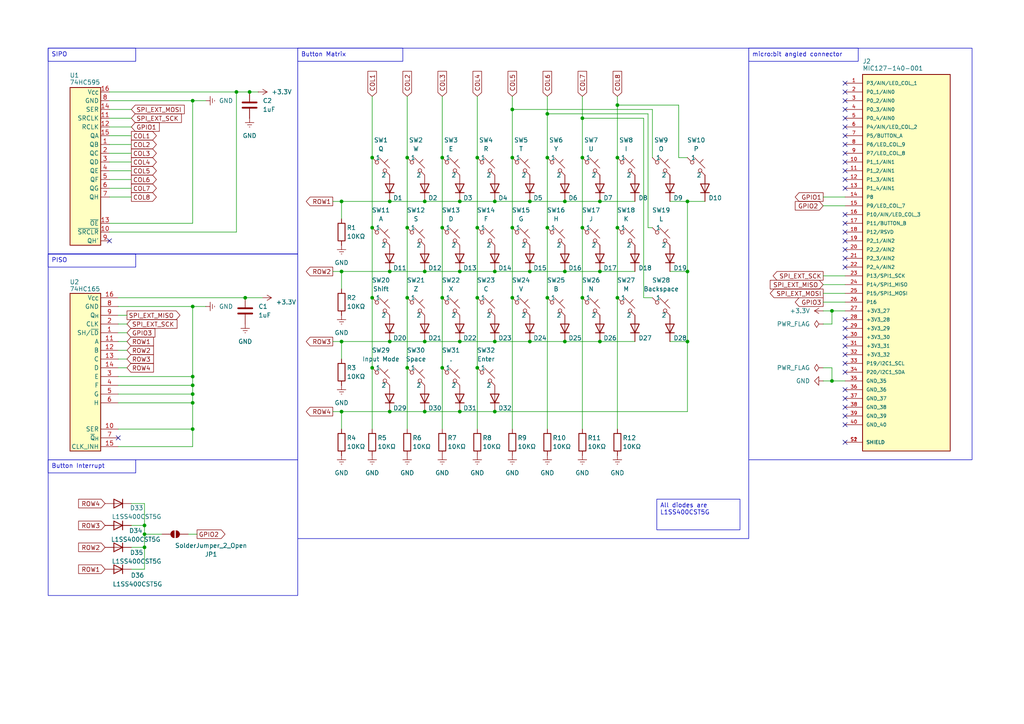
<source format=kicad_sch>
(kicad_sch (version 20231120) (generator "eeschema") (generator_version "8.0")
  (paper "A4")
  (title_block (title "Micro:bit Keyboard") (date "2024-12-16"))
  (lib_symbols
    (symbol "300Project:74HC165"
      (property "Reference" "U" (at -4.572 25.654 0))
      (property "Value" "74HC165" (at -1.016 23.114 0))
      (symbol "74HC165_1_0"
        (pin input line (at 10.16 10.16 180) (length 5.08) (name "SH/~{LD}") (number "1"))
        (pin input line (at 10.16 -17.78 180) (length 5.08) (name "SER") (number "10"))
        (pin input line (at 10.16 7.62 180) (length 5.08) (name "A") (number "11"))
        (pin input line (at 10.16 5.08 180) (length 5.08) (name "B") (number "12"))
        (pin input line (at 10.16 2.54 180) (length 5.08) (name "C") (number "13"))
        (pin input line (at 10.16 0 180) (length 5.08) (name "D") (number "14"))
        (pin input line (at 10.16 -22.86 180) (length 5.08) (name "CLK_INH") (number "15"))
        (pin power_in line (at 10.16 20.32 180) (length 5.08) (name "V_{CC}") (number "16"))
        (pin input line (at 10.16 12.7 180) (length 5.08) (name "CLK") (number "2"))
        (pin input line (at 10.16 -2.54 180) (length 5.08) (name "E") (number "3"))
        (pin input line (at 10.16 -5.08 180) (length 5.08) (name "F") (number "4"))
        (pin input line (at 10.16 -7.62 180) (length 5.08) (name "G") (number "5"))
        (pin input line (at 10.16 -10.16 180) (length 5.08) (name "H") (number "6"))
        (pin output line (at 10.16 -20.32 180) (length 5.08) (name "~{Q}_{H}") (number "7"))
        (pin power_in line (at 10.16 17.78 180) (length 5.08) (name "GND") (number "8"))
        (pin output line (at 10.16 15.24 180) (length 5.08) (name "Q_{H}") (number "9"))
      )
    )
    (symbol "300Project:74HC595"
      (property "Reference" "U" (at -3.556 24.13 0))
      (property "Value" "74HC595" (at 0.254 21.844 0))
      (symbol "74HC595_1_0"
        (pin tri_state line (at 7.62 3.81 180) (length 2.54) (name "QB") (number "1"))
        (pin input line (at 7.62 -21.59 180) (length 2.54) (name "~{SRCLR}") (number "10"))
        (pin input line (at 7.62 11.43 180) (length 2.54) (name "SRCLK") (number "11"))
        (pin input line (at 7.62 8.89 180) (length 2.54) (name "RCLK") (number "12"))
        (pin input line (at 7.62 -19.05 180) (length 2.54) (name "~{OE}") (number "13"))
        (pin input line (at 7.62 13.97 180) (length 2.54) (name "SER") (number "14"))
        (pin tri_state line (at 7.62 6.35 180) (length 2.54) (name "QA") (number "15"))
        (pin power_in line (at 7.62 19.05 180) (length 2.54) (name "V_{CC}") (number "16"))
        (pin tri_state line (at 7.62 1.27 180) (length 2.54) (name "QC") (number "2"))
        (pin tri_state line (at 7.62 -1.27 180) (length 2.54) (name "QD") (number "3"))
        (pin tri_state line (at 7.62 -3.81 180) (length 2.54) (name "QE") (number "4"))
        (pin tri_state line (at 7.62 -6.35 180) (length 2.54) (name "QF") (number "5"))
        (pin tri_state line (at 7.62 -8.89 180) (length 2.54) (name "QG") (number "6"))
        (pin tri_state line (at 7.62 -11.43 180) (length 2.54) (name "QH") (number "7"))
        (pin power_in line (at 7.62 16.51 180) (length 2.54) (name "GND") (number "8"))
        (pin output line (at 7.62 -24.13 180) (length 2.54) (name "QH'") (number "9"))
      )
    )
    (symbol "300Project:MIC127-140-001" (pin_names (offset 1.016))
      (property "Reference" "J" (at -12.7 54.61 0))
      (property "Value" "MIC127-140-001" (at -12.7 -58.42 0))
      (symbol "MIC127-140-001_0_0"
        (pin bidirectional line (at -17.78 50.8 0) (length 5.08) (name "P3/AIN/LED_COL_1") (number "1"))
        (pin bidirectional line (at -17.78 27.94 0) (length 5.08) (name "P1_1/AIN1") (number "10"))
        (pin bidirectional line (at -17.78 25.4 0) (length 5.08) (name "P1_2/AIN1") (number "11"))
        (pin bidirectional line (at -17.78 22.86 0) (length 5.08) (name "P1_3/AIN1") (number "12"))
        (pin bidirectional line (at -17.78 20.32 0) (length 5.08) (name "P1_4/AIN1") (number "13"))
        (pin bidirectional line (at -17.78 17.78 0) (length 5.08) (name "P8") (number "14"))
        (pin bidirectional line (at -17.78 15.24 0) (length 5.08) (name "P9/LED_COL_7") (number "15"))
        (pin bidirectional line (at -17.78 12.7 0) (length 5.08) (name "P10/AIN/LED_COL_3") (number "16"))
        (pin bidirectional line (at -17.78 10.16 0) (length 5.08) (name "P11/BUTTON_B") (number "17"))
        (pin bidirectional line (at -17.78 7.62 0) (length 5.08) (name "P12/RSVD") (number "18"))
        (pin bidirectional line (at -17.78 5.08 0) (length 5.08) (name "P2_1/AIN2") (number "19"))
        (pin bidirectional line (at -17.78 48.26 0) (length 5.08) (name "P0_1/AIN0") (number "2"))
        (pin bidirectional line (at -17.78 2.54 0) (length 5.08) (name "P2_2/AIN2") (number "20"))
        (pin bidirectional line (at -17.78 0 0) (length 5.08) (name "P2_3/AIN2") (number "21"))
        (pin bidirectional line (at -17.78 -2.54 0) (length 5.08) (name "P2_4/AIN2") (number "22"))
        (pin bidirectional line (at -17.78 -5.08 0) (length 5.08) (name "P13/SPI1_SCK") (number "23"))
        (pin bidirectional line (at -17.78 -7.62 0) (length 5.08) (name "P14/SPI1_MISO") (number "24"))
        (pin bidirectional line (at -17.78 -10.16 0) (length 5.08) (name "P15/SPI1_MOSI") (number "25"))
        (pin bidirectional line (at -17.78 -12.7 0) (length 5.08) (name "P16") (number "26"))
        (pin power_in line (at -17.78 -15.24 0) (length 5.08) (name "+3V3_27") (number "27"))
        (pin power_in line (at -17.78 -17.78 0) (length 5.08) (name "+3V3_28") (number "28"))
        (pin power_in line (at -17.78 -20.32 0) (length 5.08) (name "+3V3_29") (number "29"))
        (pin bidirectional line (at -17.78 45.72 0) (length 5.08) (name "P0_2/AIN0") (number "3"))
        (pin power_in line (at -17.78 -22.86 0) (length 5.08) (name "+3V3_30") (number "30"))
        (pin power_in line (at -17.78 -25.4 0) (length 5.08) (name "+3V3_31") (number "31"))
        (pin power_in line (at -17.78 -27.94 0) (length 5.08) (name "+3V3_32") (number "32"))
        (pin bidirectional line (at -17.78 -30.48 0) (length 5.08) (name "P19/I2C1_SCL") (number "33"))
        (pin bidirectional line (at -17.78 -33.02 0) (length 5.08) (name "P20/I2C1_SDA") (number "34"))
        (pin power_in line (at -17.78 -35.56 0) (length 5.08) (name "GND_35") (number "35"))
        (pin power_in line (at -17.78 -38.1 0) (length 5.08) (name "GND_36") (number "36"))
        (pin power_in line (at -17.78 -40.64 0) (length 5.08) (name "GND_37") (number "37"))
        (pin power_in line (at -17.78 -43.18 0) (length 5.08) (name "GND_38") (number "38"))
        (pin power_in line (at -17.78 -45.72 0) (length 5.08) (name "GND_39") (number "39"))
        (pin bidirectional line (at -17.78 43.18 0) (length 5.08) (name "P0_3/AIN0") (number "4"))
        (pin power_in line (at -17.78 -48.26 0) (length 5.08) (name "GND_40") (number "40"))
        (pin bidirectional line (at -17.78 40.64 0) (length 5.08) (name "P0_4/AIN0") (number "5"))
        (pin bidirectional line (at -17.78 38.1 0) (length 5.08) (name "P4/AIN/LED_COL_2") (number "6"))
        (pin bidirectional line (at -17.78 35.56 0) (length 5.08) (name "P5/BUTTON_A") (number "7"))
        (pin bidirectional line (at -17.78 33.02 0) (length 5.08) (name "P6/LED_COL_9") (number "8"))
        (pin bidirectional line (at -17.78 30.48 0) (length 5.08) (name "P7/LED_COL_8") (number "9"))
        (pin passive line (at -17.78 -53.34 0) (length 5.08) (name "SHIELD") (number "S1"))
        (pin passive line (at -17.78 -53.34 0) (length 5.08) (name "SHIELD") (number "S2"))
      )
    )
    (symbol "Device:C" (pin_numbers hide) (pin_names (offset 0.254))
      (property "Reference" "C" (at 0.635 2.54 0))
      (property "Value" "C" (at 0.635 -2.54 0))
      (symbol "C_1_1"
        (pin passive line (at 0 3.81 270) (length 2.794) (name "~") (number "1"))
        (pin passive line (at 0 -3.81 90) (length 2.794) (name "~") (number "2"))
      )
    )
    (symbol "Device:R" (pin_numbers hide) (pin_names (offset 0))
      (property "Reference" "R" (at 2.032 0 90))
      (property "Value" "R" (at 0 0 90))
      (symbol "R_1_1"
        (pin passive line (at 0 3.81 270) (length 1.27) (name "~") (number "1"))
        (pin passive line (at 0 -3.81 90) (length 1.27) (name "~") (number "2"))
      )
    )
    (symbol "Diode:1N4148WT" (pin_numbers hide) (pin_names hide)
      (property "Reference" "D" (at 0 2.54 0))
      (property "Value" "1N4148WT" (at 0 -2.54 0))
      (symbol "1N4148WT_1_1"
        (pin passive line (at -3.81 0 0) (length 2.54) (name "K") (number "1"))
        (pin passive line (at 3.81 0 180) (length 2.54) (name "A") (number "2"))
      )
    )
    (symbol "Jumper:SolderJumper_2_Open" (pin_numbers hide) (pin_names (offset 0) hide) (exclude_from_sim yes) (in_bom no)
      (property "Reference" "JP" (at 0 2.032 0))
      (property "Value" "SolderJumper_2_Open" (at 0 -2.54 0))
      (symbol "SolderJumper_2_Open_1_1"
        (pin passive line (at -3.81 0 0) (length 2.54) (name "A") (number "1"))
        (pin passive line (at 3.81 0 180) (length 2.54) (name "B") (number "2"))
      )
    )
    (symbol "Switch:SW_Push_45deg" (pin_numbers hide) (pin_names (offset 1.016))
      (property "Reference" "SW" (at 3.048 1.016 0))
      (property "Value" "SW_Push_45deg" (at 0 -3.81 0))
      (symbol "SW_Push_45deg_0_1"
        (pin passive line (at -2.54 2.54 0) (length 0) (name "1") (number "1"))
        (pin passive line (at 2.54 -2.54 180) (length 0) (name "2") (number "2"))
      )
    )
    (symbol "power:+3.3V" (power) (pin_numbers hide) (pin_names (offset 0) hide)
      (property "Value" "+3.3V" (at 0 3.556 0))
      (symbol "+3.3V_1_1"
        (pin power_in line (at 0 0 90) (length 0) (name "~") (number "1"))
      )
    )
    (symbol "power:GND" (power) (pin_numbers hide) (pin_names (offset 0) hide)
      (property "Value" "GND" (at 0 -3.81 0))
      (symbol "GND_1_1"
        (pin power_in line (at 0 0 270) (length 0) (name "~") (number "1"))
      )
    )
    (symbol "power:GNDREF" (power) (pin_numbers hide) (pin_names (offset 0) hide)
      (property "Value" "GNDREF" (at 0 -3.81 0))
      (symbol "GNDREF_1_1"
        (pin power_in line (at 0 0 270) (length 0) (name "~") (number "1"))
      )
    )
    (symbol "power:PWR_FLAG" (power) (pin_numbers hide) (pin_names (offset 0) hide)
      (property "Value" "PWR_FLAG" (at 0 3.81 0))
      (symbol "PWR_FLAG_0_0"
        (pin power_out line (at 0 0 90) (length 0) (name "~") (number "1"))
      )
    )
  )
  (junction (at 168.91 45.72))
  (junction (at 118.11 45.72))
  (junction (at 99.06 78.74))
  (junction (at 113.03 78.74))
  (junction (at 133.35 78.74))
  (junction (at 128.27 45.72))
  (junction (at 168.91 34.29))
  (junction (at 143.51 119.38))
  (junction (at 123.19 99.06))
  (junction (at 99.06 99.06))
  (junction (at 179.07 30.48))
  (junction (at 118.11 86.36))
  (junction (at 173.99 78.74))
  (junction (at 241.3 110.49))
  (junction (at 55.88 116.84))
  (junction (at 179.07 45.72))
  (junction (at 118.11 66.04))
  (junction (at 179.07 86.36))
  (junction (at 71.12 86.36))
  (junction (at 138.43 86.36))
  (junction (at 41.91 154.94))
  (junction (at 173.99 99.06))
  (junction (at 68.58 26.67))
  (junction (at 113.03 58.42))
  (junction (at 99.06 58.42))
  (junction (at 163.83 78.74))
  (junction (at 179.07 66.04))
  (junction (at 128.27 66.04))
  (junction (at 133.35 58.42))
  (junction (at 158.75 66.04))
  (junction (at 138.43 45.72))
  (junction (at 148.59 66.04))
  (junction (at 173.99 58.42))
  (junction (at 148.59 45.72))
  (junction (at 153.67 78.74))
  (junction (at 113.03 119.38))
  (junction (at 158.75 86.36))
  (junction (at 241.3 90.17))
  (junction (at 107.95 45.72))
  (junction (at 41.91 158.75))
  (junction (at 123.19 78.74))
  (junction (at 107.95 106.68))
  (junction (at 143.51 78.74))
  (junction (at 153.67 99.06))
  (junction (at 168.91 86.36))
  (junction (at 41.91 152.4))
  (junction (at 199.39 78.74))
  (junction (at 72.39 26.67))
  (junction (at 55.88 124.46))
  (junction (at 158.75 33.02))
  (junction (at 199.39 99.06))
  (junction (at 55.88 114.3))
  (junction (at 168.91 66.04))
  (junction (at 118.11 106.68))
  (junction (at 99.06 119.38))
  (junction (at 123.19 119.38))
  (junction (at 163.83 58.42))
  (junction (at 199.39 58.42))
  (junction (at 55.88 88.9))
  (junction (at 148.59 86.36))
  (junction (at 123.19 58.42))
  (junction (at 138.43 106.68))
  (junction (at 158.75 45.72))
  (junction (at 55.88 111.76))
  (junction (at 55.88 109.22))
  (junction (at 128.27 106.68))
  (junction (at 163.83 99.06))
  (junction (at 143.51 99.06))
  (junction (at 113.03 99.06))
  (junction (at 107.95 86.36))
  (junction (at 143.51 58.42))
  (junction (at 107.95 66.04))
  (junction (at 148.59 31.75))
  (junction (at 153.67 58.42))
  (junction (at 133.35 119.38))
  (junction (at 55.88 29.21))
  (junction (at 133.35 99.06))
  (junction (at 138.43 66.04))
  (junction (at 128.27 86.36))
  (no_connect (at 245.11 62.23))
  (no_connect (at 245.11 105.41))
  (no_connect (at 245.11 102.87))
  (no_connect (at 245.11 97.79))
  (no_connect (at 245.11 39.37))
  (no_connect (at 245.11 49.53))
  (no_connect (at 34.29 127))
  (no_connect (at 245.11 72.39))
  (no_connect (at 245.11 36.83))
  (no_connect (at 245.11 120.65))
  (no_connect (at 245.11 95.25))
  (no_connect (at 245.11 54.61))
  (no_connect (at 245.11 92.71))
  (no_connect (at 245.11 26.67))
  (no_connect (at 245.11 74.93))
  (no_connect (at 245.11 77.47))
  (no_connect (at 245.11 128.27))
  (no_connect (at 245.11 41.91))
  (no_connect (at 245.11 107.95))
  (no_connect (at 245.11 123.19))
  (no_connect (at 245.11 44.45))
  (no_connect (at 245.11 69.85))
  (no_connect (at 245.11 100.33))
  (no_connect (at 245.11 24.13))
  (no_connect (at 245.11 115.57))
  (no_connect (at 245.11 31.75))
  (no_connect (at 245.11 34.29))
  (no_connect (at 245.11 118.11))
  (no_connect (at 245.11 67.31))
  (no_connect (at 245.11 29.21))
  (no_connect (at 245.11 46.99))
  (no_connect (at 245.11 52.07))
  (no_connect (at 245.11 64.77))
  (no_connect (at 31.75 69.85))
  (no_connect (at 245.11 113.03))
  (wire (pts (xy 31.75 31.75) (xy 38.1 31.75)))
  (wire (pts (xy 199.39 78.74) (xy 199.39 99.06)))
  (wire (pts (xy 173.99 99.06) (xy 184.15 99.06)))
  (wire (pts (xy 38.1 146.05) (xy 41.91 146.05)))
  (wire (pts (xy 163.83 78.74) (xy 173.99 78.74)))
  (wire (pts (xy 31.75 34.29) (xy 38.1 34.29)))
  (wire (pts (xy 55.88 114.3) (xy 55.88 116.84)))
  (wire (pts (xy 168.91 34.29) (xy 186.69 34.29)))
  (wire (pts (xy 196.85 30.48) (xy 179.07 30.48)))
  (wire (pts (xy 138.43 45.72) (xy 138.43 66.04)))
  (wire (pts (xy 189.23 31.75) (xy 189.23 45.72)))
  (wire (pts (xy 31.75 41.91) (xy 38.1 41.91)))
  (wire (pts (xy 41.91 152.4) (xy 38.1 152.4)))
  (wire (pts (xy 99.06 78.74) (xy 99.06 83.82)))
  (wire (pts (xy 31.75 49.53) (xy 38.1 49.53)))
  (wire (pts (xy 34.29 96.52) (xy 36.83 96.52)))
  (wire (pts (xy 179.07 30.48) (xy 179.07 45.72)))
  (wire (pts (xy 31.75 26.67) (xy 68.58 26.67)))
  (wire (pts (xy 55.88 88.9) (xy 55.88 109.22)))
  (wire (pts (xy 238.76 82.55) (xy 245.11 82.55)))
  (wire (pts (xy 143.51 119.38) (xy 199.39 119.38)))
  (wire (pts (xy 179.07 66.04) (xy 179.07 86.36)))
  (wire (pts (xy 41.91 165.1) (xy 38.1 165.1)))
  (wire (pts (xy 118.11 45.72) (xy 118.11 66.04)))
  (wire (pts (xy 96.52 99.06) (xy 99.06 99.06)))
  (wire (pts (xy 107.95 106.68) (xy 107.95 124.46)))
  (wire (pts (xy 41.91 158.75) (xy 41.91 154.94)))
  (wire (pts (xy 179.07 27.94) (xy 179.07 30.48)))
  (wire (pts (xy 238.76 85.09) (xy 245.11 85.09)))
  (wire (pts (xy 55.88 124.46) (xy 55.88 129.54)))
  (wire (pts (xy 113.03 78.74) (xy 123.19 78.74)))
  (wire (pts (xy 118.11 106.68) (xy 118.11 124.46)))
  (wire (pts (xy 34.29 101.6) (xy 36.83 101.6)))
  (wire (pts (xy 241.3 90.17) (xy 245.11 90.17)))
  (wire (pts (xy 194.31 99.06) (xy 199.39 99.06)))
  (wire (pts (xy 138.43 86.36) (xy 138.43 106.68)))
  (wire (pts (xy 163.83 58.42) (xy 173.99 58.42)))
  (wire (pts (xy 118.11 27.94) (xy 118.11 45.72)))
  (wire (pts (xy 71.12 86.36) (xy 76.2 86.36)))
  (wire (pts (xy 238.76 87.63) (xy 245.11 87.63)))
  (wire (pts (xy 179.07 45.72) (xy 179.07 66.04)))
  (wire (pts (xy 55.88 116.84) (xy 55.88 124.46)))
  (wire (pts (xy 128.27 106.68) (xy 128.27 124.46)))
  (wire (pts (xy 96.52 58.42) (xy 99.06 58.42)))
  (wire (pts (xy 148.59 66.04) (xy 148.59 86.36)))
  (wire (pts (xy 46.99 154.94) (xy 41.91 154.94)))
  (wire (pts (xy 123.19 78.74) (xy 133.35 78.74)))
  (wire (pts (xy 34.29 109.22) (xy 55.88 109.22)))
  (wire (pts (xy 148.59 31.75) (xy 148.59 45.72)))
  (wire (pts (xy 118.11 86.36) (xy 118.11 106.68)))
  (wire (pts (xy 123.19 99.06) (xy 133.35 99.06)))
  (wire (pts (xy 68.58 67.31) (xy 68.58 26.67)))
  (wire (pts (xy 133.35 58.42) (xy 143.51 58.42)))
  (wire (pts (xy 96.52 119.38) (xy 99.06 119.38)))
  (wire (pts (xy 31.75 36.83) (xy 38.1 36.83)))
  (wire (pts (xy 153.67 78.74) (xy 163.83 78.74)))
  (wire (pts (xy 31.75 39.37) (xy 38.1 39.37)))
  (wire (pts (xy 196.85 45.72) (xy 199.39 45.72)))
  (wire (pts (xy 57.15 154.94) (xy 54.61 154.94)))
  (wire (pts (xy 238.76 59.69) (xy 245.11 59.69)))
  (wire (pts (xy 158.75 33.02) (xy 158.75 45.72)))
  (wire (pts (xy 34.29 99.06) (xy 36.83 99.06)))
  (wire (pts (xy 187.96 33.02) (xy 187.96 66.04)))
  (wire (pts (xy 31.75 57.15) (xy 38.1 57.15)))
  (wire (pts (xy 168.91 66.04) (xy 168.91 86.36)))
  (wire (pts (xy 133.35 119.38) (xy 143.51 119.38)))
  (wire (pts (xy 199.39 58.42) (xy 204.47 58.42)))
  (wire (pts (xy 123.19 119.38) (xy 133.35 119.38)))
  (wire (pts (xy 99.06 119.38) (xy 99.06 124.46)))
  (wire (pts (xy 241.3 106.68) (xy 241.3 110.49)))
  (wire (pts (xy 128.27 27.94) (xy 128.27 45.72)))
  (wire (pts (xy 34.29 129.54) (xy 55.88 129.54)))
  (wire (pts (xy 55.88 88.9) (xy 59.69 88.9)))
  (wire (pts (xy 168.91 86.36) (xy 168.91 124.46)))
  (wire (pts (xy 187.96 66.04) (xy 189.23 66.04)))
  (wire (pts (xy 128.27 45.72) (xy 128.27 66.04)))
  (wire (pts (xy 128.27 86.36) (xy 128.27 106.68)))
  (wire (pts (xy 34.29 116.84) (xy 55.88 116.84)))
  (wire (pts (xy 143.51 78.74) (xy 153.67 78.74)))
  (wire (pts (xy 72.39 26.67) (xy 74.93 26.67)))
  (wire (pts (xy 31.75 64.77) (xy 55.88 64.77)))
  (wire (pts (xy 148.59 27.94) (xy 148.59 31.75)))
  (wire (pts (xy 113.03 99.06) (xy 123.19 99.06)))
  (wire (pts (xy 31.75 29.21) (xy 55.88 29.21)))
  (wire (pts (xy 41.91 158.75) (xy 41.91 165.1)))
  (wire (pts (xy 99.06 99.06) (xy 99.06 104.14)))
  (wire (pts (xy 55.88 109.22) (xy 55.88 111.76)))
  (wire (pts (xy 199.39 58.42) (xy 199.39 78.74)))
  (wire (pts (xy 118.11 66.04) (xy 118.11 86.36)))
  (wire (pts (xy 238.76 57.15) (xy 245.11 57.15)))
  (wire (pts (xy 107.95 86.36) (xy 107.95 106.68)))
  (wire (pts (xy 143.51 99.06) (xy 153.67 99.06)))
  (wire (pts (xy 238.76 106.68) (xy 241.3 106.68)))
  (wire (pts (xy 196.85 30.48) (xy 196.85 45.72)))
  (wire (pts (xy 41.91 152.4) (xy 41.91 146.05)))
  (wire (pts (xy 34.29 91.44) (xy 36.83 91.44)))
  (wire (pts (xy 34.29 124.46) (xy 55.88 124.46)))
  (wire (pts (xy 123.19 58.42) (xy 133.35 58.42)))
  (wire (pts (xy 138.43 27.94) (xy 138.43 45.72)))
  (wire (pts (xy 168.91 34.29) (xy 168.91 45.72)))
  (wire (pts (xy 194.31 78.74) (xy 199.39 78.74)))
  (wire (pts (xy 194.31 58.42) (xy 199.39 58.42)))
  (wire (pts (xy 99.06 99.06) (xy 113.03 99.06)))
  (wire (pts (xy 148.59 45.72) (xy 148.59 66.04)))
  (wire (pts (xy 158.75 45.72) (xy 158.75 66.04)))
  (wire (pts (xy 241.3 93.98) (xy 241.3 90.17)))
  (wire (pts (xy 148.59 86.36) (xy 148.59 124.46)))
  (wire (pts (xy 238.76 80.01) (xy 245.11 80.01)))
  (wire (pts (xy 128.27 66.04) (xy 128.27 86.36)))
  (wire (pts (xy 34.29 104.14) (xy 36.83 104.14)))
  (wire (pts (xy 168.91 45.72) (xy 168.91 66.04)))
  (wire (pts (xy 158.75 86.36) (xy 158.75 124.46)))
  (wire (pts (xy 153.67 99.06) (xy 163.83 99.06)))
  (wire (pts (xy 99.06 58.42) (xy 99.06 63.5)))
  (wire (pts (xy 153.67 58.42) (xy 163.83 58.42)))
  (wire (pts (xy 34.29 111.76) (xy 55.88 111.76)))
  (wire (pts (xy 163.83 99.06) (xy 173.99 99.06)))
  (wire (pts (xy 41.91 154.94) (xy 41.91 152.4)))
  (wire (pts (xy 107.95 66.04) (xy 107.95 86.36)))
  (wire (pts (xy 158.75 66.04) (xy 158.75 86.36)))
  (wire (pts (xy 31.75 54.61) (xy 38.1 54.61)))
  (wire (pts (xy 173.99 78.74) (xy 184.15 78.74)))
  (wire (pts (xy 238.76 110.49) (xy 241.3 110.49)))
  (wire (pts (xy 158.75 33.02) (xy 187.96 33.02)))
  (wire (pts (xy 107.95 45.72) (xy 107.95 66.04)))
  (wire (pts (xy 55.88 111.76) (xy 55.88 114.3)))
  (wire (pts (xy 31.75 44.45) (xy 38.1 44.45)))
  (wire (pts (xy 133.35 99.06) (xy 143.51 99.06)))
  (wire (pts (xy 113.03 119.38) (xy 123.19 119.38)))
  (wire (pts (xy 113.03 58.42) (xy 123.19 58.42)))
  (wire (pts (xy 199.39 99.06) (xy 199.39 119.38)))
  (wire (pts (xy 238.76 93.98) (xy 241.3 93.98)))
  (wire (pts (xy 238.76 90.17) (xy 241.3 90.17)))
  (wire (pts (xy 31.75 52.07) (xy 38.1 52.07)))
  (wire (pts (xy 99.06 119.38) (xy 113.03 119.38)))
  (wire (pts (xy 34.29 88.9) (xy 55.88 88.9)))
  (wire (pts (xy 148.59 31.75) (xy 189.23 31.75)))
  (wire (pts (xy 138.43 66.04) (xy 138.43 86.36)))
  (wire (pts (xy 186.69 34.29) (xy 186.69 86.36)))
  (wire (pts (xy 31.75 46.99) (xy 38.1 46.99)))
  (wire (pts (xy 34.29 106.68) (xy 36.83 106.68)))
  (wire (pts (xy 107.95 27.94) (xy 107.95 45.72)))
  (wire (pts (xy 41.91 158.75) (xy 38.1 158.75)))
  (wire (pts (xy 173.99 58.42) (xy 184.15 58.42)))
  (wire (pts (xy 143.51 58.42) (xy 153.67 58.42)))
  (wire (pts (xy 241.3 110.49) (xy 245.11 110.49)))
  (wire (pts (xy 34.29 86.36) (xy 71.12 86.36)))
  (wire (pts (xy 99.06 78.74) (xy 113.03 78.74)))
  (wire (pts (xy 31.75 67.31) (xy 68.58 67.31)))
  (wire (pts (xy 186.69 86.36) (xy 189.23 86.36)))
  (wire (pts (xy 34.29 93.98) (xy 36.83 93.98)))
  (wire (pts (xy 55.88 29.21) (xy 55.88 64.77)))
  (wire (pts (xy 99.06 58.42) (xy 113.03 58.42)))
  (wire (pts (xy 96.52 78.74) (xy 99.06 78.74)))
  (wire (pts (xy 68.58 26.67) (xy 72.39 26.67)))
  (wire (pts (xy 158.75 27.94) (xy 158.75 33.02)))
  (wire (pts (xy 133.35 78.74) (xy 143.51 78.74)))
  (wire (pts (xy 168.91 27.94) (xy 168.91 34.29)))
  (wire (pts (xy 55.88 29.21) (xy 59.69 29.21)))
  (wire (pts (xy 179.07 86.36) (xy 179.07 124.46)))
  (wire (pts (xy 138.43 106.68) (xy 138.43 124.46)))
  (wire (pts (xy 34.29 114.3) (xy 55.88 114.3)))
  (rectangle (start 13.97 133.35) (end 86.36 172.72))
  (rectangle (start 86.36 13.97) (end 217.17 156.21))
  (rectangle (start 13.97 13.97) (end 86.36 73.66))
  (rectangle (start 13.97 73.66) (end 86.36 133.35))
  (rectangle (start 217.17 13.97) (end 281.94 133.35))
  (text_box "micro:bit angled connector" (at 217.17 13.97 0) (size 31.75 3.81) (effects (font (size 1.27 1.27)) (justify left top)))
  (text_box "Button Matrix" (at 86.36 13.97 0) (size 30.48 3.81) (effects (font (size 1.27 1.27)) (justify left top)))
  (text_box "Button Interrupt" (at 13.97 133.35 0) (size 25.4 3.81) (effects (font (size 1.27 1.27)) (justify left top)))
  (text_box "All diodes are L1SS400CST5G" (at 190.5 144.78 0) (size 24.13 8.89) (effects (font (size 1.27 1.27)) (justify left top)))
  (text_box "PISO" (at 13.97 73.66 0) (size 25.4 3.81) (effects (font (size 1.27 1.27)) (justify left top)))
  (text_box "SIPO " (at 13.97 13.97 0) (size 25.4 3.81) (effects (font (size 1.27 1.27)) (justify left top)))
  (global_label "ROW2" (shape output) (at 96.52 78.74 180) (property "Intersheetrefs" "${INTERSHEET_REFS}" (effects (hide yes))))
  (global_label "ROW1" (shape input) (at 36.83 99.06 0) (property "Intersheetrefs" "${INTERSHEET_REFS}" (effects (hide yes))))
  (global_label "SPI_EXT_SCK" (shape input) (at 38.1 34.29 0) (property "Intersheetrefs" "${INTERSHEET_REFS}" (effects (hide yes))))
  (global_label "SPI_EXT_SCK" (shape output) (at 238.76 80.01 180) (property "Intersheetrefs" "${INTERSHEET_REFS}" (effects (hide yes))))
  (global_label "COL6" (shape input) (at 158.75 27.94 90) (property "Intersheetrefs" "${INTERSHEET_REFS}" (effects (hide yes))))
  (global_label "ROW4" (shape output) (at 96.52 119.38 180) (property "Intersheetrefs" "${INTERSHEET_REFS}" (effects (hide yes))))
  (global_label "COL5" (shape output) (at 38.1 49.53 0) (property "Intersheetrefs" "${INTERSHEET_REFS}" (effects (hide yes))))
  (global_label "COL8" (shape output) (at 38.1 57.15 0) (property "Intersheetrefs" "${INTERSHEET_REFS}" (effects (hide yes))))
  (global_label "COL7" (shape input) (at 168.91 27.94 90) (property "Intersheetrefs" "${INTERSHEET_REFS}" (effects (hide yes))))
  (global_label "SPI_EXT_SCK" (shape input) (at 36.83 93.98 0) (property "Intersheetrefs" "${INTERSHEET_REFS}" (effects (hide yes))))
  (global_label "ROW2" (shape input) (at 36.83 101.6 0) (property "Intersheetrefs" "${INTERSHEET_REFS}" (effects (hide yes))))
  (global_label "SPI_EXT_MOSI" (shape output) (at 238.76 85.09 180) (property "Intersheetrefs" "${INTERSHEET_REFS}" (effects (hide yes))))
  (global_label "COL5" (shape input) (at 148.59 27.94 90) (property "Intersheetrefs" "${INTERSHEET_REFS}" (effects (hide yes))))
  (global_label "GPIO2" (shape input) (at 238.76 59.69 180) (property "Intersheetrefs" "${INTERSHEET_REFS}" (effects (hide yes))))
  (global_label "ROW1" (shape input) (at 30.48 165.1 180) (property "Intersheetrefs" "${INTERSHEET_REFS}" (effects (hide yes))))
  (global_label "COL1" (shape input) (at 107.95 27.94 90) (property "Intersheetrefs" "${INTERSHEET_REFS}" (effects (hide yes))))
  (global_label "ROW3" (shape output) (at 96.52 99.06 180) (property "Intersheetrefs" "${INTERSHEET_REFS}" (effects (hide yes))))
  (global_label "GPIO3" (shape output) (at 238.76 87.63 180) (property "Intersheetrefs" "${INTERSHEET_REFS}" (effects (hide yes))))
  (global_label "COL1" (shape output) (at 38.1 39.37 0) (property "Intersheetrefs" "${INTERSHEET_REFS}" (effects (hide yes))))
  (global_label "GPIO2" (shape output) (at 57.15 154.94 0) (property "Intersheetrefs" "${INTERSHEET_REFS}" (effects (hide yes))))
  (global_label "COL3" (shape input) (at 128.27 27.94 90) (property "Intersheetrefs" "${INTERSHEET_REFS}" (effects (hide yes))))
  (global_label "COL3" (shape output) (at 38.1 44.45 0) (property "Intersheetrefs" "${INTERSHEET_REFS}" (effects (hide yes))))
  (global_label "SPI_EXT_MISO" (shape input) (at 238.76 82.55 180) (property "Intersheetrefs" "${INTERSHEET_REFS}" (effects (hide yes))))
  (global_label "ROW4" (shape input) (at 30.48 146.05 180) (property "Intersheetrefs" "${INTERSHEET_REFS}" (effects (hide yes))))
  (global_label "COL4" (shape input) (at 138.43 27.94 90) (property "Intersheetrefs" "${INTERSHEET_REFS}" (effects (hide yes))))
  (global_label "SPI_EXT_MISO" (shape output) (at 36.83 91.44 0) (property "Intersheetrefs" "${INTERSHEET_REFS}" (effects (hide yes))))
  (global_label "COL6" (shape output) (at 38.1 52.07 0) (property "Intersheetrefs" "${INTERSHEET_REFS}" (effects (hide yes))))
  (global_label "COL2" (shape input) (at 118.11 27.94 90) (property "Intersheetrefs" "${INTERSHEET_REFS}" (effects (hide yes))))
  (global_label "COL8" (shape input) (at 179.07 27.94 90) (property "Intersheetrefs" "${INTERSHEET_REFS}" (effects (hide yes))))
  (global_label "SPI_EXT_MOSI" (shape input) (at 38.1 31.75 0) (property "Intersheetrefs" "${INTERSHEET_REFS}" (effects (hide yes))))
  (global_label "GPIO1" (shape input) (at 38.1 36.83 0) (property "Intersheetrefs" "${INTERSHEET_REFS}" (effects (hide yes))))
  (global_label "ROW3" (shape input) (at 36.83 104.14 0) (property "Intersheetrefs" "${INTERSHEET_REFS}" (effects (hide yes))))
  (global_label "GPIO1" (shape output) (at 238.76 57.15 180) (property "Intersheetrefs" "${INTERSHEET_REFS}" (effects (hide yes))))
  (global_label "ROW4" (shape input) (at 36.83 106.68 0) (property "Intersheetrefs" "${INTERSHEET_REFS}" (effects (hide yes))))
  (global_label "COL4" (shape output) (at 38.1 46.99 0) (property "Intersheetrefs" "${INTERSHEET_REFS}" (effects (hide yes))))
  (global_label "COL2" (shape output) (at 38.1 41.91 0) (property "Intersheetrefs" "${INTERSHEET_REFS}" (effects (hide yes))))
  (global_label "ROW2" (shape input) (at 30.48 158.75 180) (property "Intersheetrefs" "${INTERSHEET_REFS}" (effects (hide yes))))
  (global_label "GPIO3" (shape input) (at 36.83 96.52 0) (property "Intersheetrefs" "${INTERSHEET_REFS}" (effects (hide yes))))
  (global_label "COL7" (shape output) (at 38.1 54.61 0) (property "Intersheetrefs" "${INTERSHEET_REFS}" (effects (hide yes))))
  (global_label "ROW3" (shape input) (at 30.48 152.4 180) (property "Intersheetrefs" "${INTERSHEET_REFS}" (effects (hide yes))))
  (global_label "ROW1" (shape output) (at 96.52 58.42 180) (property "Intersheetrefs" "${INTERSHEET_REFS}" (effects (hide yes))))
  (symbol (lib_id "Switch:SW_Push_45deg") (at 191.77 88.9 0) (unit 1)
    (property "Reference" "SW28" (at 191.77 81.28 0))
    (property "Value" "Backspace" (at 191.77 83.82 0))
    (property "Footprint" "300Project:KH-4.5X4.5X8H-STM" (effects (hide yes)))
    (property "Description" "Push button switch, normally open, two pins, 45° tilted" (effects (hide yes)))
    (property "JLC part number" "C2837553" (effects (hide yes)))
    (property "Comment" "KH-4.5X4.5X6H-STM" (effects (hide yes)))
  )
  (symbol (lib_id "Switch:SW_Push_45deg") (at 171.45 48.26 0) (unit 1)
    (property "Reference" "SW7" (at 171.45 40.64 0))
    (property "Value" "U" (at 171.45 43.18 0))
    (property "Footprint" "300Project:KH-4.5X4.5X8H-STM" (effects (hide yes)))
    (property "Description" "Push button switch, normally open, two pins, 45° tilted" (effects (hide yes)))
    (property "JLC part number" "C2837553" (effects (hide yes)))
    (property "Comment" "KH-4.5X4.5X6H-STM" (effects (hide yes)))
  )
  (symbol (lib_id "Switch:SW_Push_45deg") (at 120.65 68.58 0) (unit 1)
    (property "Reference" "SW12" (at 120.65 60.96 0))
    (property "Value" "S" (at 120.65 63.5 0))
    (property "Footprint" "300Project:KH-4.5X4.5X8H-STM" (effects (hide yes)))
    (property "Description" "Push button switch, normally open, two pins, 45° tilted" (effects (hide yes)))
    (property "JLC part number" "C2837553" (effects (hide yes)))
    (property "Comment" "KH-4.5X4.5X6H-STM" (effects (hide yes)))
  )
  (symbol (lib_id "power:GNDREF") (at 148.59 132.08 0) (unit 1)
    (property "Reference" "#PWR017" (effects (hide yes)))
    (property "Value" "GND" (at 148.59 137.16 0))
    (property "Description" "Power symbol creates a global label with name \"GNDREF\" , reference supply ground" (effects (hide yes)))
  )
  (symbol (lib_id "Switch:SW_Push_45deg") (at 110.49 88.9 0) (unit 1)
    (property "Reference" "SW20" (at 110.49 81.28 0))
    (property "Value" "Shift" (at 110.49 83.82 0))
    (property "Footprint" "300Project:KH-4.5X4.5X8H-STM" (effects (hide yes)))
    (property "Description" "Push button switch, normally open, two pins, 45° tilted" (effects (hide yes)))
    (property "JLC part number" "C2837553" (effects (hide yes)))
    (property "Comment" "KH-4.5X4.5X6H-STM" (effects (hide yes)))
  )
  (symbol (lib_id "power:GNDREF") (at 99.06 111.76 0) (unit 1)
    (property "Reference" "#PWR011" (effects (hide yes)))
    (property "Value" "GND" (at 99.06 116.84 0))
    (property "Description" "Power symbol creates a global label with name \"GNDREF\" , reference supply ground" (effects (hide yes)))
  )
  (symbol (lib_id "Diode:1N4148WT") (at 153.67 74.93 90) (unit 1)
    (property "Reference" "D15" (at 154.686 77.724 90) (effects (justify right)))
    (property "Value" "L1SS400CST5G" (effects (hide yes)))
    (property "Footprint" "Diode_SMD:D_SOD-923" (effects (hide yes)))
    (property "Datasheet" "https://www.diodes.com/assets/Datasheets/ds30396.pdf" (effects (hide yes)))
    (property "Description" "75V 0.15A Fast switching Diode, SOD-523" (effects (hide yes)))
    (property "Sim.Device" "D" (effects (hide yes)))
    (property "Sim.Pins" "1=K 2=A" (effects (hide yes)))
    (property "JLC part number" "C383160" (effects (hide yes)))
    (property "Comment" "L1SS400CST5G" (effects (hide yes)))
  )
  (symbol (lib_id "power:GNDREF") (at 99.06 91.44 0) (unit 1)
    (property "Reference" "#PWR010" (effects (hide yes)))
    (property "Value" "GND" (at 99.06 96.52 0))
    (property "Description" "Power symbol creates a global label with name \"GNDREF\" , reference supply ground" (effects (hide yes)))
  )
  (symbol (lib_id "Switch:SW_Push_45deg") (at 120.65 109.22 0) (unit 1)
    (property "Reference" "SW30" (at 120.65 101.6 0))
    (property "Value" "Space" (at 120.65 104.14 0))
    (property "Footprint" "300Project:KH-4.5X4.5X8H-STM" (effects (hide yes)))
    (property "Description" "Push button switch, normally open, two pins, 45° tilted" (effects (hide yes)))
    (property "JLC part number" "C2837553" (effects (hide yes)))
    (property "Comment" "KH-4.5X4.5X6H-STM" (effects (hide yes)))
  )
  (symbol (lib_id "Switch:SW_Push_45deg") (at 181.61 68.58 0) (unit 1)
    (property "Reference" "SW18" (at 181.61 60.96 0))
    (property "Value" "K" (at 181.61 63.5 0))
    (property "Footprint" "300Project:KH-4.5X4.5X8H-STM" (effects (hide yes)))
    (property "Description" "Push button switch, normally open, two pins, 45° tilted" (effects (hide yes)))
    (property "JLC part number" "C2837553" (effects (hide yes)))
    (property "Comment" "KH-4.5X4.5X6H-STM" (effects (hide yes)))
  )
  (symbol (lib_id "Switch:SW_Push_45deg") (at 110.49 68.58 0) (unit 1)
    (property "Reference" "SW11" (at 110.49 60.96 0))
    (property "Value" "A" (at 110.49 63.5 0))
    (property "Footprint" "300Project:KH-4.5X4.5X8H-STM" (effects (hide yes)))
    (property "Description" "Push button switch, normally open, two pins, 45° tilted" (effects (hide yes)))
    (property "JLC part number" "C2837553" (effects (hide yes)))
    (property "Comment" "KH-4.5X4.5X6H-STM" (effects (hide yes)))
  )
  (symbol (lib_id "Switch:SW_Push_45deg") (at 161.29 88.9 0) (unit 1)
    (property "Reference" "SW25" (at 161.29 81.28 0))
    (property "Value" "B" (at 161.29 83.82 0))
    (property "Footprint" "300Project:KH-4.5X4.5X8H-STM" (effects (hide yes)))
    (property "Description" "Push button switch, normally open, two pins, 45° tilted" (effects (hide yes)))
    (property "JLC part number" "C2837553" (effects (hide yes)))
    (property "Comment" "KH-4.5X4.5X6H-STM" (effects (hide yes)))
  )
  (symbol (lib_id "Device:R") (at 158.75 128.27 0) (unit 1)
    (property "Reference" "R10" (at 160.274 127 0) (effects (justify left)))
    (property "Value" "10KΩ" (at 160.274 129.54 0) (effects (justify left)))
    (property "Footprint" "Resistor_SMD:R_0402_1005Metric" (effects (hide yes)))
    (property "Description" "Resistor" (effects (hide yes)))
    (property "JLC part number" "C25531" (effects (hide yes)))
    (property "Comment" "10K" (effects (hide yes)))
  )
  (symbol (lib_id "power:GNDREF") (at 158.75 132.08 0) (unit 1)
    (property "Reference" "#PWR018" (effects (hide yes)))
    (property "Value" "GND" (at 158.75 137.16 0))
    (property "Description" "Power symbol creates a global label with name \"GNDREF\" , reference supply ground" (effects (hide yes)))
  )
  (symbol (lib_id "Switch:SW_Push_45deg") (at 140.97 68.58 0) (unit 1)
    (property "Reference" "SW14" (at 140.97 60.96 0))
    (property "Value" "F" (at 140.97 63.5 0))
    (property "Footprint" "300Project:KH-4.5X4.5X8H-STM" (effects (hide yes)))
    (property "Description" "Push button switch, normally open, two pins, 45° tilted" (effects (hide yes)))
    (property "JLC part number" "C2837553" (effects (hide yes)))
    (property "Comment" "KH-4.5X4.5X6H-STM" (effects (hide yes)))
  )
  (symbol (lib_id "Diode:1N4148WT") (at 133.35 95.25 90) (unit 1)
    (property "Reference" "D22" (at 134.366 98.044 90) (effects (justify right)))
    (property "Value" "L1SS400CST5G" (effects (hide yes)))
    (property "Footprint" "Diode_SMD:D_SOD-923" (effects (hide yes)))
    (property "Datasheet" "https://www.diodes.com/assets/Datasheets/ds30396.pdf" (effects (hide yes)))
    (property "Description" "75V 0.15A Fast switching Diode, SOD-523" (effects (hide yes)))
    (property "Sim.Device" "D" (effects (hide yes)))
    (property "Sim.Pins" "1=K 2=A" (effects (hide yes)))
    (property "JLC part number" "C383160" (effects (hide yes)))
    (property "Comment" "L1SS400CST5G" (effects (hide yes)))
  )
  (symbol (lib_id "Diode:1N4148WT") (at 123.19 95.25 90) (unit 1)
    (property "Reference" "D21" (at 124.206 98.044 90) (effects (justify right)))
    (property "Value" "L1SS400CST5G" (effects (hide yes)))
    (property "Footprint" "Diode_SMD:D_SOD-923" (effects (hide yes)))
    (property "Datasheet" "https://www.diodes.com/assets/Datasheets/ds30396.pdf" (effects (hide yes)))
    (property "Description" "75V 0.15A Fast switching Diode, SOD-523" (effects (hide yes)))
    (property "Sim.Device" "D" (effects (hide yes)))
    (property "Sim.Pins" "1=K 2=A" (effects (hide yes)))
    (property "JLC part number" "C383160" (effects (hide yes)))
    (property "Comment" "L1SS400CST5G" (effects (hide yes)))
  )
  (symbol (lib_id "Device:R") (at 118.11 128.27 0) (unit 1)
    (property "Reference" "R6" (at 119.634 127 0) (effects (justify left)))
    (property "Value" "10KΩ" (at 119.634 129.54 0) (effects (justify left)))
    (property "Footprint" "Resistor_SMD:R_0402_1005Metric" (effects (hide yes)))
    (property "Description" "Resistor" (effects (hide yes)))
    (property "JLC part number" "C25531" (effects (hide yes)))
    (property "Comment" "10K" (effects (hide yes)))
  )
  (symbol (lib_id "Diode:1N4148WT") (at 194.31 95.25 90) (unit 1)
    (property "Reference" "D28" (at 195.326 98.044 90) (effects (justify right)))
    (property "Value" "L1SS400CST5G" (effects (hide yes)))
    (property "Footprint" "Diode_SMD:D_SOD-923" (effects (hide yes)))
    (property "Datasheet" "https://www.diodes.com/assets/Datasheets/ds30396.pdf" (effects (hide yes)))
    (property "Description" "75V 0.15A Fast switching Diode, SOD-523" (effects (hide yes)))
    (property "Sim.Device" "D" (effects (hide yes)))
    (property "Sim.Pins" "1=K 2=A" (effects (hide yes)))
    (property "JLC part number" "C383160" (effects (hide yes)))
    (property "Comment" "L1SS400CST5G" (effects (hide yes)))
  )
  (symbol (lib_id "Switch:SW_Push_45deg") (at 110.49 109.22 0) (unit 1)
    (property "Reference" "SW29" (at 110.49 101.6 0))
    (property "Value" "Input Mode" (at 110.49 104.14 0))
    (property "Footprint" "300Project:KH-4.5X4.5X8H-STM" (effects (hide yes)))
    (property "Description" "Push button switch, normally open, two pins, 45° tilted" (effects (hide yes)))
    (property "JLC part number" "C2837553" (effects (hide yes)))
    (property "Comment" "KH-4.5X4.5X6H-STM" (effects (hide yes)))
  )
  (symbol (lib_id "power:GNDREF") (at 71.12 93.98 0) (unit 1)
    (property "Reference" "#PWR05" (effects (hide yes)))
    (property "Value" "GND" (at 71.12 99.06 0))
    (property "Description" "Power symbol creates a global label with name \"GNDREF\" , reference supply ground" (effects (hide yes)))
  )
  (symbol (lib_id "Diode:1N4148WT") (at 123.19 54.61 90) (unit 1)
    (property "Reference" "D2" (at 124.206 57.404 90) (effects (justify right)))
    (property "Value" "L1SS400CST5G" (effects (hide yes)))
    (property "Footprint" "Diode_SMD:D_SOD-923" (effects (hide yes)))
    (property "Datasheet" "https://www.diodes.com/assets/Datasheets/ds30396.pdf" (effects (hide yes)))
    (property "Description" "75V 0.15A Fast switching Diode, SOD-523" (effects (hide yes)))
    (property "Sim.Device" "D" (effects (hide yes)))
    (property "Sim.Pins" "1=K 2=A" (effects (hide yes)))
    (property "JLC part number" "C383160" (effects (hide yes)))
    (property "Comment" "L1SS400CST5G" (effects (hide yes)))
  )
  (symbol (lib_id "Diode:1N4148WT") (at 34.29 165.1 180) (unit 1)
    (property "Reference" "D36" (at 39.878 166.878 0))
    (property "Value" "L1SS400CST5G" (at 39.878 169.418 0))
    (property "Footprint" "Diode_SMD:D_SOD-923" (effects (hide yes)))
    (property "Datasheet" "https://www.diodes.com/assets/Datasheets/ds30396.pdf" (effects (hide yes)))
    (property "Description" "75V 0.15A Fast switching Diode, SOD-523" (effects (hide yes)))
    (property "Sim.Device" "D" (effects (hide yes)))
    (property "Sim.Pins" "1=K 2=A" (effects (hide yes)))
    (property "JLC part number" "C383160" (effects (hide yes)))
    (property "Comment" "L1SS400CST5G" (effects (hide yes)))
  )
  (symbol (lib_id "Device:R") (at 99.06 107.95 0) (unit 1)
    (property "Reference" "R3" (at 100.584 106.68 0) (effects (justify left)))
    (property "Value" "10KΩ" (at 100.584 109.22 0) (effects (justify left)))
    (property "Footprint" "Resistor_SMD:R_0402_1005Metric" (effects (hide yes)))
    (property "Description" "Resistor" (effects (hide yes)))
    (property "JLC part number" "C25531" (effects (hide yes)))
    (property "Comment" "10K" (effects (hide yes)))
  )
  (symbol (lib_id "power:GNDREF") (at 138.43 132.08 0) (unit 1)
    (property "Reference" "#PWR016" (effects (hide yes)))
    (property "Value" "GND" (at 138.43 137.16 0))
    (property "Description" "Power symbol creates a global label with name \"GNDREF\" , reference supply ground" (effects (hide yes)))
  )
  (symbol (lib_id "Device:R") (at 99.06 128.27 0) (unit 1)
    (property "Reference" "R4" (at 100.584 127 0) (effects (justify left)))
    (property "Value" "10KΩ" (at 100.584 129.54 0) (effects (justify left)))
    (property "Footprint" "Resistor_SMD:R_0402_1005Metric" (effects (hide yes)))
    (property "Description" "Resistor" (effects (hide yes)))
    (property "JLC part number" "C25531" (effects (hide yes)))
    (property "Comment" "10K" (effects (hide yes)))
  )
  (symbol (lib_id "power:GNDREF") (at 59.69 88.9 90) (unit 1)
    (property "Reference" "#PWR03" (effects (hide yes)))
    (property "Value" "GND" (at 63.5 88.8999 90) (effects (justify right)))
    (property "Description" "Power symbol creates a global label with name \"GNDREF\" , reference supply ground" (effects (hide yes)))
  )
  (symbol (lib_id "Switch:SW_Push_45deg") (at 140.97 88.9 0) (unit 1)
    (property "Reference" "SW23" (at 140.97 81.28 0))
    (property "Value" "C" (at 140.97 83.82 0))
    (property "Footprint" "300Project:KH-4.5X4.5X8H-STM" (effects (hide yes)))
    (property "Description" "Push button switch, normally open, two pins, 45° tilted" (effects (hide yes)))
    (property "JLC part number" "C2837553" (effects (hide yes)))
    (property "Comment" "KH-4.5X4.5X6H-STM" (effects (hide yes)))
  )
  (symbol (lib_id "Diode:1N4148WT") (at 133.35 115.57 90) (unit 1)
    (property "Reference" "D31" (at 134.366 118.364 90) (effects (justify right)))
    (property "Value" "L1SS400CST5G" (effects (hide yes)))
    (property "Footprint" "Diode_SMD:D_SOD-923" (effects (hide yes)))
    (property "Datasheet" "https://www.diodes.com/assets/Datasheets/ds30396.pdf" (effects (hide yes)))
    (property "Description" "75V 0.15A Fast switching Diode, SOD-523" (effects (hide yes)))
    (property "Sim.Device" "D" (effects (hide yes)))
    (property "Sim.Pins" "1=K 2=A" (effects (hide yes)))
    (property "JLC part number" "C383160" (effects (hide yes)))
    (property "Comment" "L1SS400CST5G" (effects (hide yes)))
  )
  (symbol (lib_id "Diode:1N4148WT") (at 163.83 54.61 90) (unit 1)
    (property "Reference" "D6" (at 164.846 57.404 90) (effects (justify right)))
    (property "Value" "L1SS400CST5G" (effects (hide yes)))
    (property "Footprint" "Diode_SMD:D_SOD-923" (effects (hide yes)))
    (property "Datasheet" "https://www.diodes.com/assets/Datasheets/ds30396.pdf" (effects (hide yes)))
    (property "Description" "75V 0.15A Fast switching Diode, SOD-523" (effects (hide yes)))
    (property "Sim.Device" "D" (effects (hide yes)))
    (property "Sim.Pins" "1=K 2=A" (effects (hide yes)))
    (property "JLC part number" "C383160" (effects (hide yes)))
    (property "Comment" "L1SS400CST5G" (effects (hide yes)))
  )
  (symbol (lib_id "300Project:MIC127-140-001") (at 262.89 74.93 0) (unit 1)
    (property "Reference" "J2" (at 250.19 17.78 0) (effects (justify left)))
    (property "Value" "MIC127-140-001" (at 250.19 19.812 0) (effects (justify left)))
    (property "Footprint" "300Project:DONGGUAN_MIC127-140-001" (effects (hide yes)))
  )
  (symbol (lib_id "300Project:74HC165") (at 24.13 106.68 0) (unit 1)
    (property "Reference" "U2" (at 21.59 81.788 0))
    (property "Value" "74HC165" (at 24.638 83.82 0))
    (property "Footprint" "Package_SO:SOIC-16_3.9x9.9mm_P1.27mm" (effects (hide yes)))
    (property "Datasheet" "https://www.ti.com/lit/ds/symlink/sn74hc165.pdf" (effects (hide yes)))
    (property "Description" "Shift Register, 8-bit, Parallel Load" (effects (hide yes)))
    (property "JLC part number" "C2863722 " (effects (hide yes)))
    (property "Comment" "SN74HC165D" (effects (hide yes)))
  )
  (symbol (lib_id "Diode:1N4148WT") (at 173.99 74.93 90) (unit 1)
    (property "Reference" "D17" (at 175.006 77.724 90) (effects (justify right)))
    (property "Value" "L1SS400CST5G" (effects (hide yes)))
    (property "Footprint" "Diode_SMD:D_SOD-923" (effects (hide yes)))
    (property "Datasheet" "https://www.diodes.com/assets/Datasheets/ds30396.pdf" (effects (hide yes)))
    (property "Description" "75V 0.15A Fast switching Diode, SOD-523" (effects (hide yes)))
    (property "Sim.Device" "D" (effects (hide yes)))
    (property "Sim.Pins" "1=K 2=A" (effects (hide yes)))
    (property "JLC part number" "C383160" (effects (hide yes)))
    (property "Comment" "L1SS400CST5G" (effects (hide yes)))
  )
  (symbol (lib_id "power:PWR_FLAG") (at 238.76 106.68 90) (unit 1)
    (property "Reference" "#FLG02" (effects (hide yes)))
    (property "Value" "PWR_FLAG" (at 234.95 106.6799 90) (effects (justify left)))
    (property "Description" "Special symbol for telling ERC where power comes from" (effects (hide yes)))
  )
  (symbol (lib_id "Diode:1N4148WT") (at 133.35 54.61 90) (unit 1)
    (property "Reference" "D3" (at 134.366 57.404 90) (effects (justify right)))
    (property "Value" "L1SS400CST5G" (effects (hide yes)))
    (property "Footprint" "Diode_SMD:D_SOD-923" (effects (hide yes)))
    (property "Datasheet" "https://www.diodes.com/assets/Datasheets/ds30396.pdf" (effects (hide yes)))
    (property "Description" "75V 0.15A Fast switching Diode, SOD-523" (effects (hide yes)))
    (property "Sim.Device" "D" (effects (hide yes)))
    (property "Sim.Pins" "1=K 2=A" (effects (hide yes)))
    (property "JLC part number" "C383160" (effects (hide yes)))
    (property "Comment" "L1SS400CST5G" (effects (hide yes)))
  )
  (symbol (lib_id "Device:C") (at 72.39 30.48 0) (unit 1)
    (property "Reference" "C2" (at 76.2 29.2099 0) (effects (justify left)))
    (property "Value" "1uF" (at 76.2 31.7499 0) (effects (justify left)))
    (property "Footprint" "Capacitor_SMD:C_0603_1608Metric_Pad1.08x0.95mm_HandSolder" (effects (hide yes)))
    (property "Description" "Unpolarized capacitor" (effects (hide yes)))
    (property "JLC part number" "C1592" (effects (hide yes)))
    (property "Comment" "1uF" (effects (hide yes)))
  )
  (symbol (lib_id "Switch:SW_Push_45deg") (at 120.65 48.26 0) (unit 1)
    (property "Reference" "SW2" (at 120.65 40.64 0))
    (property "Value" "W" (at 120.65 43.18 0))
    (property "Footprint" "300Project:KH-4.5X4.5X8H-STM" (effects (hide yes)))
    (property "Description" "Push button switch, normally open, two pins, 45° tilted" (effects (hide yes)))
    (property "JLC part number" "C2837553" (effects (hide yes)))
    (property "Comment" "KH-4.5X4.5X6H-STM" (effects (hide yes)))
  )
  (symbol (lib_id "power:GND") (at 238.76 110.49 270) (unit 1)
    (property "Reference" "#PWR09" (effects (hide yes)))
    (property "Value" "GND" (at 234.95 110.4899 90) (effects (justify right)))
    (property "Description" "Power symbol creates a global label with name \"GND\" , ground" (effects (hide yes)))
  )
  (symbol (lib_id "Switch:SW_Push_45deg") (at 161.29 48.26 0) (unit 1)
    (property "Reference" "SW6" (at 161.29 40.64 0))
    (property "Value" "Y" (at 161.29 43.18 0))
    (property "Footprint" "300Project:KH-4.5X4.5X8H-STM" (effects (hide yes)))
    (property "Description" "Push button switch, normally open, two pins, 45° tilted" (effects (hide yes)))
    (property "JLC part number" "C2837553" (effects (hide yes)))
    (property "Comment" "KH-4.5X4.5X6H-STM" (effects (hide yes)))
  )
  (symbol (lib_id "Diode:1N4148WT") (at 194.31 74.93 90) (unit 1)
    (property "Reference" "D19" (at 195.326 77.724 90) (effects (justify right)))
    (property "Value" "L1SS400CST5G" (effects (hide yes)))
    (property "Footprint" "Diode_SMD:D_SOD-923" (effects (hide yes)))
    (property "Datasheet" "https://www.diodes.com/assets/Datasheets/ds30396.pdf" (effects (hide yes)))
    (property "Description" "75V 0.15A Fast switching Diode, SOD-523" (effects (hide yes)))
    (property "Sim.Device" "D" (effects (hide yes)))
    (property "Sim.Pins" "1=K 2=A" (effects (hide yes)))
    (property "JLC part number" "C383160" (effects (hide yes)))
    (property "Comment" "L1SS400CST5G" (effects (hide yes)))
  )
  (symbol (lib_id "Switch:SW_Push_45deg") (at 110.49 48.26 0) (unit 1)
    (property "Reference" "SW1" (at 110.49 40.64 0))
    (property "Value" "Q" (at 110.49 43.18 0))
    (property "Footprint" "300Project:KH-4.5X4.5X8H-STM" (effects (hide yes)))
    (property "Description" "Push button switch, normally open, two pins, 45° tilted" (effects (hide yes)))
    (property "JLC part number" "C2837553" (effects (hide yes)))
    (property "Comment" "KH-4.5X4.5X6H-STM" (effects (hide yes)))
  )
  (symbol (lib_id "Diode:1N4148WT") (at 113.03 115.57 90) (unit 1)
    (property "Reference" "D29" (at 114.046 118.364 90) (effects (justify right)))
    (property "Value" "L1SS400CST5G" (effects (hide yes)))
    (property "Footprint" "Diode_SMD:D_SOD-923" (effects (hide yes)))
    (property "Datasheet" "https://www.diodes.com/assets/Datasheets/ds30396.pdf" (effects (hide yes)))
    (property "Description" "75V 0.15A Fast switching Diode, SOD-523" (effects (hide yes)))
    (property "Sim.Device" "D" (effects (hide yes)))
    (property "Sim.Pins" "1=K 2=A" (effects (hide yes)))
    (property "JLC part number" "C383160" (effects (hide yes)))
    (property "Comment" "L1SS400CST5G" (effects (hide yes)))
  )
  (symbol (lib_id "Device:C") (at 71.12 90.17 0) (unit 1)
    (property "Reference" "C1" (at 74.93 88.8999 0) (effects (justify left)))
    (property "Value" "1uF" (at 74.93 91.4399 0) (effects (justify left)))
    (property "Footprint" "Capacitor_SMD:C_0603_1608Metric_Pad1.08x0.95mm_HandSolder" (effects (hide yes)))
    (property "Description" "Unpolarized capacitor" (effects (hide yes)))
    (property "JLC part number" "C1592" (effects (hide yes)))
    (property "Comment" "1uF" (effects (hide yes)))
  )
  (symbol (lib_id "Diode:1N4148WT") (at 34.29 152.4 180) (unit 1)
    (property "Reference" "D34" (at 39.37 153.924 0))
    (property "Value" "L1SS400CST5G" (at 39.37 156.464 0))
    (property "Footprint" "Diode_SMD:D_SOD-923" (effects (hide yes)))
    (property "Datasheet" "https://www.diodes.com/assets/Datasheets/ds30396.pdf" (effects (hide yes)))
    (property "Description" "75V 0.15A Fast switching Diode, SOD-523" (effects (hide yes)))
    (property "Sim.Device" "D" (effects (hide yes)))
    (property "Sim.Pins" "1=K 2=A" (effects (hide yes)))
    (property "JLC part number" "C383160" (effects (hide yes)))
    (property "Comment" "L1SS400CST5G" (effects (hide yes)))
  )
  (symbol (lib_id "Switch:SW_Push_45deg") (at 130.81 48.26 0) (unit 1)
    (property "Reference" "SW3" (at 130.81 40.64 0))
    (property "Value" "E" (at 130.81 43.18 0))
    (property "Footprint" "300Project:KH-4.5X4.5X8H-STM" (effects (hide yes)))
    (property "Description" "Push button switch, normally open, two pins, 45° tilted" (effects (hide yes)))
    (property "JLC part number" "C2837553" (effects (hide yes)))
    (property "Comment" "KH-4.5X4.5X6H-STM" (effects (hide yes)))
  )
  (symbol (lib_id "Switch:SW_Push_45deg") (at 151.13 68.58 0) (unit 1)
    (property "Reference" "SW15" (at 151.13 60.96 0))
    (property "Value" "G" (at 151.13 63.5 0))
    (property "Footprint" "300Project:KH-4.5X4.5X8H-STM" (effects (hide yes)))
    (property "Description" "Push button switch, normally open, two pins, 45° tilted" (effects (hide yes)))
    (property "JLC part number" "C2837553" (effects (hide yes)))
    (property "Comment" "KH-4.5X4.5X6H-STM" (effects (hide yes)))
  )
  (symbol (lib_id "Diode:1N4148WT") (at 173.99 95.25 90) (unit 1)
    (property "Reference" "D26" (at 175.006 98.044 90) (effects (justify right)))
    (property "Value" "L1SS400CST5G" (effects (hide yes)))
    (property "Footprint" "Diode_SMD:D_SOD-923" (effects (hide yes)))
    (property "Datasheet" "https://www.diodes.com/assets/Datasheets/ds30396.pdf" (effects (hide yes)))
    (property "Description" "75V 0.15A Fast switching Diode, SOD-523" (effects (hide yes)))
    (property "Sim.Device" "D" (effects (hide yes)))
    (property "Sim.Pins" "1=K 2=A" (effects (hide yes)))
    (property "JLC part number" "C383160" (effects (hide yes)))
    (property "Comment" "L1SS400CST5G" (effects (hide yes)))
  )
  (symbol (lib_id "Device:R") (at 99.06 87.63 0) (unit 1)
    (property "Reference" "R2" (at 100.584 86.36 0) (effects (justify left)))
    (property "Value" "10KΩ" (at 100.584 88.9 0) (effects (justify left)))
    (property "Footprint" "Resistor_SMD:R_0402_1005Metric" (effects (hide yes)))
    (property "Description" "Resistor" (effects (hide yes)))
    (property "JLC part number" "C25531" (effects (hide yes)))
    (property "Comment" "10K" (effects (hide yes)))
  )
  (symbol (lib_id "Diode:1N4148WT") (at 123.19 74.93 90) (unit 1)
    (property "Reference" "D12" (at 124.206 77.724 90) (effects (justify right)))
    (property "Value" "L1SS400CST5G" (effects (hide yes)))
    (property "Footprint" "Diode_SMD:D_SOD-923" (effects (hide yes)))
    (property "Datasheet" "https://www.diodes.com/assets/Datasheets/ds30396.pdf" (effects (hide yes)))
    (property "Description" "75V 0.15A Fast switching Diode, SOD-523" (effects (hide yes)))
    (property "Sim.Device" "D" (effects (hide yes)))
    (property "Sim.Pins" "1=K 2=A" (effects (hide yes)))
    (property "JLC part number" "C383160" (effects (hide yes)))
    (property "Comment" "L1SS400CST5G" (effects (hide yes)))
  )
  (symbol (lib_id "Diode:1N4148WT") (at 113.03 54.61 90) (unit 1)
    (property "Reference" "D1" (at 114.046 57.404 90) (effects (justify right)))
    (property "Value" "L1SS400CST5G" (effects (hide yes)))
    (property "Footprint" "Diode_SMD:D_SOD-923" (effects (hide yes)))
    (property "Datasheet" "https://www.diodes.com/assets/Datasheets/ds30396.pdf" (effects (hide yes)))
    (property "Description" "75V 0.15A Fast switching Diode, SOD-523" (effects (hide yes)))
    (property "Sim.Device" "D" (effects (hide yes)))
    (property "Sim.Pins" "1=K 2=A" (effects (hide yes)))
    (property "JLC part number" "C383160" (effects (hide yes)))
    (property "Comment" "L1SS400CST5G" (effects (hide yes)))
  )
  (symbol (lib_id "power:GNDREF") (at 107.95 132.08 0) (unit 1)
    (property "Reference" "#PWR013" (effects (hide yes)))
    (property "Value" "GND" (at 107.95 137.16 0))
    (property "Description" "Power symbol creates a global label with name \"GNDREF\" , reference supply ground" (effects (hide yes)))
  )
  (symbol (lib_id "power:GNDREF") (at 59.69 29.21 90) (unit 1)
    (property "Reference" "#PWR01" (effects (hide yes)))
    (property "Value" "GND" (at 63.5 29.2099 90) (effects (justify right)))
    (property "Description" "Power symbol creates a global label with name \"GNDREF\" , reference supply ground" (effects (hide yes)))
  )
  (symbol (lib_id "Diode:1N4148WT") (at 153.67 54.61 90) (unit 1)
    (property "Reference" "D5" (at 154.686 57.404 90) (effects (justify right)))
    (property "Value" "L1SS400CST5G" (effects (hide yes)))
    (property "Footprint" "Diode_SMD:D_SOD-923" (effects (hide yes)))
    (property "Datasheet" "https://www.diodes.com/assets/Datasheets/ds30396.pdf" (effects (hide yes)))
    (property "Description" "75V 0.15A Fast switching Diode, SOD-523" (effects (hide yes)))
    (property "Sim.Device" "D" (effects (hide yes)))
    (property "Sim.Pins" "1=K 2=A" (effects (hide yes)))
    (property "JLC part number" "C383160" (effects (hide yes)))
    (property "Comment" "L1SS400CST5G" (effects (hide yes)))
  )
  (symbol (lib_id "Diode:1N4148WT") (at 163.83 95.25 90) (unit 1)
    (property "Reference" "D25" (at 164.846 98.044 90) (effects (justify right)))
    (property "Value" "L1SS400CST5G" (effects (hide yes)))
    (property "Footprint" "Diode_SMD:D_SOD-923" (effects (hide yes)))
    (property "Datasheet" "https://www.diodes.com/assets/Datasheets/ds30396.pdf" (effects (hide yes)))
    (property "Description" "75V 0.15A Fast switching Diode, SOD-523" (effects (hide yes)))
    (property "Sim.Device" "D" (effects (hide yes)))
    (property "Sim.Pins" "1=K 2=A" (effects (hide yes)))
    (property "JLC part number" "C383160" (effects (hide yes)))
    (property "Comment" "L1SS400CST5G" (effects (hide yes)))
  )
  (symbol (lib_id "Diode:1N4148WT") (at 113.03 95.25 90) (unit 1)
    (property "Reference" "D20" (at 114.046 98.044 90) (effects (justify right)))
    (property "Value" "L1SS400CST5G" (effects (hide yes)))
    (property "Footprint" "Diode_SMD:D_SOD-923" (effects (hide yes)))
    (property "Datasheet" "https://www.diodes.com/assets/Datasheets/ds30396.pdf" (effects (hide yes)))
    (property "Description" "75V 0.15A Fast switching Diode, SOD-523" (effects (hide yes)))
    (property "Sim.Device" "D" (effects (hide yes)))
    (property "Sim.Pins" "1=K 2=A" (effects (hide yes)))
    (property "JLC part number" "C383160" (effects (hide yes)))
    (property "Comment" "L1SS400CST5G" (effects (hide yes)))
  )
  (symbol (lib_id "Switch:SW_Push_45deg") (at 191.77 48.26 0) (unit 1)
    (property "Reference" "SW9" (at 191.77 40.64 0))
    (property "Value" "O" (at 191.77 43.18 0))
    (property "Footprint" "300Project:KH-4.5X4.5X8H-STM" (effects (hide yes)))
    (property "Description" "Push button switch, normally open, two pins, 45° tilted" (effects (hide yes)))
    (property "JLC part number" "C2837553" (effects (hide yes)))
    (property "Comment" "KH-4.5X4.5X6H-STM" (effects (hide yes)))
  )
  (symbol (lib_id "Device:R") (at 138.43 128.27 0) (unit 1)
    (property "Reference" "R8" (at 139.954 127 0) (effects (justify left)))
    (property "Value" "10KΩ" (at 139.954 129.54 0) (effects (justify left)))
    (property "Footprint" "Resistor_SMD:R_0402_1005Metric" (effects (hide yes)))
    (property "Description" "Resistor" (effects (hide yes)))
    (property "JLC part number" "C25531" (effects (hide yes)))
    (property "Comment" "10K" (effects (hide yes)))
  )
  (symbol (lib_id "power:+3.3V") (at 76.2 86.36 270) (unit 1)
    (property "Reference" "#PWR04" (effects (hide yes)))
    (property "Value" "+3.3V" (at 80.01 87.6299 90) (effects (justify left)))
    (property "Description" "Power symbol creates a global label with name \"+3.3V\"" (effects (hide yes)))
  )
  (symbol (lib_id "Device:R") (at 107.95 128.27 0) (unit 1)
    (property "Reference" "R5" (at 109.474 127 0) (effects (justify left)))
    (property "Value" "10KΩ" (at 109.474 129.54 0) (effects (justify left)))
    (property "Footprint" "Resistor_SMD:R_0402_1005Metric" (effects (hide yes)))
    (property "Description" "Resistor" (effects (hide yes)))
    (property "JLC part number" "C25531" (effects (hide yes)))
    (property "Comment" "10K" (effects (hide yes)))
  )
  (symbol (lib_id "Switch:SW_Push_45deg") (at 151.13 48.26 0) (unit 1)
    (property "Reference" "SW5" (at 151.13 40.64 0))
    (property "Value" "T" (at 151.13 43.18 0))
    (property "Footprint" "300Project:KH-4.5X4.5X8H-STM" (effects (hide yes)))
    (property "Description" "Push button switch, normally open, two pins, 45° tilted" (effects (hide yes)))
    (property "JLC part number" "C2837553" (effects (hide yes)))
    (property "Comment" "KH-4.5X4.5X6H-STM" (effects (hide yes)))
  )
  (symbol (lib_id "Diode:1N4148WT") (at 123.19 115.57 90) (unit 1)
    (property "Reference" "D30" (at 124.206 118.364 90) (effects (justify right)))
    (property "Value" "L1SS400CST5G" (effects (hide yes)))
    (property "Footprint" "Diode_SMD:D_SOD-923" (effects (hide yes)))
    (property "Datasheet" "https://www.diodes.com/assets/Datasheets/ds30396.pdf" (effects (hide yes)))
    (property "Description" "75V 0.15A Fast switching Diode, SOD-523" (effects (hide yes)))
    (property "Sim.Device" "D" (effects (hide yes)))
    (property "Sim.Pins" "1=K 2=A" (effects (hide yes)))
    (property "JLC part number" "C383160" (effects (hide yes)))
    (property "Comment" "L1SS400CST5G" (effects (hide yes)))
  )
  (symbol (lib_id "Device:R") (at 168.91 128.27 0) (unit 1)
    (property "Reference" "R11" (at 170.434 127 0) (effects (justify left)))
    (property "Value" "10KΩ" (at 170.434 129.54 0) (effects (justify left)))
    (property "Footprint" "Resistor_SMD:R_0402_1005Metric" (effects (hide yes)))
    (property "Description" "Resistor" (effects (hide yes)))
    (property "JLC part number" "C25531" (effects (hide yes)))
    (property "Comment" "10K" (effects (hide yes)))
  )
  (symbol (lib_id "power:+3.3V") (at 74.93 26.67 270) (unit 1)
    (property "Reference" "#PWR02" (effects (hide yes)))
    (property "Value" "+3.3V" (at 78.74 26.6699 90) (effects (justify left)))
    (property "Description" "Power symbol creates a global label with name \"+3.3V\"" (effects (hide yes)))
  )
  (symbol (lib_id "Switch:SW_Push_45deg") (at 130.81 68.58 0) (unit 1)
    (property "Reference" "SW13" (at 130.81 60.96 0))
    (property "Value" "D" (at 130.81 63.5 0))
    (property "Footprint" "300Project:KH-4.5X4.5X8H-STM" (effects (hide yes)))
    (property "Description" "Push button switch, normally open, two pins, 45° tilted" (effects (hide yes)))
    (property "JLC part number" "C2837553" (effects (hide yes)))
    (property "Comment" "KH-4.5X4.5X6H-STM" (effects (hide yes)))
  )
  (symbol (lib_id "Diode:1N4148WT") (at 173.99 54.61 90) (unit 1)
    (property "Reference" "D7" (at 175.006 57.404 90) (effects (justify right)))
    (property "Value" "L1SS400CST5G" (effects (hide yes)))
    (property "Footprint" "Diode_SMD:D_SOD-923" (effects (hide yes)))
    (property "Datasheet" "https://www.diodes.com/assets/Datasheets/ds30396.pdf" (effects (hide yes)))
    (property "Description" "75V 0.15A Fast switching Diode, SOD-523" (effects (hide yes)))
    (property "Sim.Device" "D" (effects (hide yes)))
    (property "Sim.Pins" "1=K 2=A" (effects (hide yes)))
    (property "JLC part number" "C383160" (effects (hide yes)))
    (property "Comment" "L1SS400CST5G" (effects (hide yes)))
  )
  (symbol (lib_id "Device:R") (at 99.06 67.31 0) (unit 1)
    (property "Reference" "R1" (at 100.584 66.04 0) (effects (justify left)))
    (property "Value" "10KΩ" (at 100.584 68.58 0) (effects (justify left)))
    (property "Footprint" "Resistor_SMD:R_0402_1005Metric" (effects (hide yes)))
    (property "Description" "Resistor" (effects (hide yes)))
    (property "JLC part number" "C25531" (effects (hide yes)))
    (property "Comment" "10K" (effects (hide yes)))
  )
  (symbol (lib_id "power:GNDREF") (at 118.11 132.08 0) (unit 1)
    (property "Reference" "#PWR014" (effects (hide yes)))
    (property "Value" "GND" (at 118.11 137.16 0))
    (property "Description" "Power symbol creates a global label with name \"GNDREF\" , reference supply ground" (effects (hide yes)))
  )
  (symbol (lib_id "Diode:1N4148WT") (at 34.29 158.75 180) (unit 1)
    (property "Reference" "D35" (at 39.624 160.274 0))
    (property "Value" "L1SS400CST5G" (at 39.624 162.814 0))
    (property "Footprint" "Diode_SMD:D_SOD-923" (effects (hide yes)))
    (property "Datasheet" "https://www.diodes.com/assets/Datasheets/ds30396.pdf" (effects (hide yes)))
    (property "Description" "75V 0.15A Fast switching Diode, SOD-523" (effects (hide yes)))
    (property "Sim.Device" "D" (effects (hide yes)))
    (property "Sim.Pins" "1=K 2=A" (effects (hide yes)))
    (property "JLC part number" "C383160" (effects (hide yes)))
    (property "Comment" "L1SS400CST5G" (effects (hide yes)))
  )
  (symbol (lib_id "Diode:1N4148WT") (at 184.15 95.25 90) (unit 1)
    (property "Reference" "D27" (at 185.166 98.044 90) (effects (justify right)))
    (property "Value" "L1SS400CST5G" (effects (hide yes)))
    (property "Footprint" "Diode_SMD:D_SOD-923" (effects (hide yes)))
    (property "Datasheet" "https://www.diodes.com/assets/Datasheets/ds30396.pdf" (effects (hide yes)))
    (property "Description" "75V 0.15A Fast switching Diode, SOD-523" (effects (hide yes)))
    (property "Sim.Device" "D" (effects (hide yes)))
    (property "Sim.Pins" "1=K 2=A" (effects (hide yes)))
    (property "JLC part number" "C383160" (effects (hide yes)))
    (property "Comment" "L1SS400CST5G" (effects (hide yes)))
  )
  (symbol (lib_id "Diode:1N4148WT") (at 184.15 54.61 90) (unit 1)
    (property "Reference" "D8" (at 185.166 57.404 90) (effects (justify right)))
    (property "Value" "L1SS400CST5G" (effects (hide yes)))
    (property "Footprint" "Diode_SMD:D_SOD-923" (effects (hide yes)))
    (property "Datasheet" "https://www.diodes.com/assets/Datasheets/ds30396.pdf" (effects (hide yes)))
    (property "Description" "75V 0.15A Fast switching Diode, SOD-523" (effects (hide yes)))
    (property "Sim.Device" "D" (effects (hide yes)))
    (property "Sim.Pins" "1=K 2=A" (effects (hide yes)))
    (property "JLC part number" "C383160" (effects (hide yes)))
    (property "Comment" "L1SS400CST5G" (effects (hide yes)))
  )
  (symbol (lib_id "Switch:SW_Push_45deg") (at 161.29 68.58 0) (unit 1)
    (property "Reference" "SW16" (at 161.29 60.96 0))
    (property "Value" "H" (at 161.29 63.5 0))
    (property "Footprint" "300Project:KH-4.5X4.5X8H-STM" (effects (hide yes)))
    (property "Description" "Push button switch, normally open, two pins, 45° tilted" (effects (hide yes)))
    (property "JLC part number" "C2837553" (effects (hide yes)))
    (property "Comment" "KH-4.5X4.5X6H-STM" (effects (hide yes)))
  )
  (symbol (lib_id "Switch:SW_Push_45deg") (at 171.45 68.58 0) (unit 1)
    (property "Reference" "SW17" (at 171.45 60.96 0))
    (property "Value" "J" (at 171.45 63.5 0))
    (property "Footprint" "300Project:KH-4.5X4.5X8H-STM" (effects (hide yes)))
    (property "Description" "Push button switch, normally open, two pins, 45° tilted" (effects (hide yes)))
    (property "JLC part number" "C2837553" (effects (hide yes)))
    (property "Comment" "KH-4.5X4.5X6H-STM" (effects (hide yes)))
  )
  (symbol (lib_id "Diode:1N4148WT") (at 194.31 54.61 90) (unit 1)
    (property "Reference" "D9" (at 195.326 57.404 90) (effects (justify right)))
    (property "Value" "L1SS400CST5G" (effects (hide yes)))
    (property "Footprint" "Diode_SMD:D_SOD-923" (effects (hide yes)))
    (property "Datasheet" "https://www.diodes.com/assets/Datasheets/ds30396.pdf" (effects (hide yes)))
    (property "Description" "75V 0.15A Fast switching Diode, SOD-523" (effects (hide yes)))
    (property "Sim.Device" "D" (effects (hide yes)))
    (property "Sim.Pins" "1=K 2=A" (effects (hide yes)))
    (property "JLC part number" "C383160" (effects (hide yes)))
    (property "Comment" "L1SS400CST5G" (effects (hide yes)))
  )
  (symbol (lib_id "Switch:SW_Push_45deg") (at 181.61 88.9 0) (unit 1)
    (property "Reference" "SW27" (at 181.61 81.28 0))
    (property "Value" "M" (at 181.61 83.82 0))
    (property "Footprint" "300Project:KH-4.5X4.5X8H-STM" (effects (hide yes)))
    (property "Description" "Push button switch, normally open, two pins, 45° tilted" (effects (hide yes)))
    (property "JLC part number" "C2837553" (effects (hide yes)))
    (property "Comment" "KH-4.5X4.5X6H-STM" (effects (hide yes)))
  )
  (symbol (lib_id "Device:R") (at 128.27 128.27 0) (unit 1)
    (property "Reference" "R7" (at 129.794 127 0) (effects (justify left)))
    (property "Value" "10KΩ" (at 129.794 129.54 0) (effects (justify left)))
    (property "Footprint" "Resistor_SMD:R_0402_1005Metric" (effects (hide yes)))
    (property "Description" "Resistor" (effects (hide yes)))
    (property "JLC part number" "C25531" (effects (hide yes)))
    (property "Comment" "10K" (effects (hide yes)))
  )
  (symbol (lib_id "Jumper:SolderJumper_2_Open") (at 50.8 154.94 180) (unit 1) (exclude_from_sim yes) (in_bom no)
    (property "Reference" "JP1" (at 61.214 160.782 0))
    (property "Value" "SolderJumper_2_Open" (at 61.214 158.242 0))
    (property "Footprint" "Jumper:SolderJumper-2_P1.3mm_Open_Pad1.0x1.5mm" (effects (hide yes)))
    (property "Description" "Solder Jumper, 2-pole, open" (effects (hide yes)))
  )
  (symbol (lib_id "Device:R") (at 148.59 128.27 0) (unit 1)
    (property "Reference" "R9" (at 150.114 127 0) (effects (justify left)))
    (property "Value" "10KΩ" (at 150.114 129.54 0) (effects (justify left)))
    (property "Footprint" "Resistor_SMD:R_0402_1005Metric" (effects (hide yes)))
    (property "Description" "Resistor" (effects (hide yes)))
    (property "JLC part number" "C25531" (effects (hide yes)))
    (property "Comment" "10K" (effects (hide yes)))
  )
  (symbol (lib_id "power:GNDREF") (at 72.39 34.29 0) (unit 1)
    (property "Reference" "#PWR06" (effects (hide yes)))
    (property "Value" "GND" (at 72.39 39.37 0))
    (property "Description" "Power symbol creates a global label with name \"GNDREF\" , reference supply ground" (effects (hide yes)))
  )
  (symbol (lib_id "Diode:1N4148WT") (at 143.51 115.57 90) (unit 1)
    (property "Reference" "D32" (at 144.526 118.364 90) (effects (justify right)))
    (property "Value" "L1SS400CST5G" (effects (hide yes)))
    (property "Footprint" "Diode_SMD:D_SOD-923" (effects (hide yes)))
    (property "Datasheet" "https://www.diodes.com/assets/Datasheets/ds30396.pdf" (effects (hide yes)))
    (property "Description" "75V 0.15A Fast switching Diode, SOD-523" (effects (hide yes)))
    (property "Sim.Device" "D" (effects (hide yes)))
    (property "Sim.Pins" "1=K 2=A" (effects (hide yes)))
    (property "JLC part number" "C383160" (effects (hide yes)))
    (property "Comment" "L1SS400CST5G" (effects (hide yes)))
  )
  (symbol (lib_id "Switch:SW_Push_45deg") (at 201.93 48.26 0) (unit 1)
    (property "Reference" "SW10" (at 201.93 40.64 0))
    (property "Value" "P" (at 201.93 43.18 0))
    (property "Footprint" "300Project:KH-4.5X4.5X8H-STM" (effects (hide yes)))
    (property "Description" "Push button switch, normally open, two pins, 45° tilted" (effects (hide yes)))
    (property "JLC part number" "C2837553" (effects (hide yes)))
    (property "Comment" "KH-4.5X4.5X6H-STM" (effects (hide yes)))
  )
  (symbol (lib_id "Diode:1N4148WT") (at 113.03 74.93 90) (unit 1)
    (property "Reference" "D11" (at 114.046 77.724 90) (effects (justify right)))
    (property "Value" "L1SS400CST5G" (effects (hide yes)))
    (property "Footprint" "Diode_SMD:D_SOD-923" (effects (hide yes)))
    (property "Datasheet" "https://www.diodes.com/assets/Datasheets/ds30396.pdf" (effects (hide yes)))
    (property "Description" "75V 0.15A Fast switching Diode, SOD-523" (effects (hide yes)))
    (property "Sim.Device" "D" (effects (hide yes)))
    (property "Sim.Pins" "1=K 2=A" (effects (hide yes)))
    (property "JLC part number" "C383160" (effects (hide yes)))
    (property "Comment" "L1SS400CST5G" (effects (hide yes)))
  )
  (symbol (lib_id "Diode:1N4148WT") (at 204.47 54.61 90) (unit 1)
    (property "Reference" "D10" (at 205.486 57.404 90) (effects (justify right)))
    (property "Value" "L1SS400CST5G" (effects (hide yes)))
    (property "Footprint" "Diode_SMD:D_SOD-923" (effects (hide yes)))
    (property "Datasheet" "https://www.diodes.com/assets/Datasheets/ds30396.pdf" (effects (hide yes)))
    (property "Description" "75V 0.15A Fast switching Diode, SOD-523" (effects (hide yes)))
    (property "Sim.Device" "D" (effects (hide yes)))
    (property "Sim.Pins" "1=K 2=A" (effects (hide yes)))
    (property "JLC part number" "C383160" (effects (hide yes)))
    (property "Comment" "L1SS400CST5G" (effects (hide yes)))
  )
  (symbol (lib_id "power:GNDREF") (at 99.06 132.08 0) (unit 1)
    (property "Reference" "#PWR012" (effects (hide yes)))
    (property "Value" "GND" (at 99.06 137.16 0))
    (property "Description" "Power symbol creates a global label with name \"GNDREF\" , reference supply ground" (effects (hide yes)))
  )
  (symbol (lib_id "Diode:1N4148WT") (at 143.51 95.25 90) (unit 1)
    (property "Reference" "D23" (at 144.526 98.044 90) (effects (justify right)))
    (property "Value" "L1SS400CST5G" (effects (hide yes)))
    (property "Footprint" "Diode_SMD:D_SOD-923" (effects (hide yes)))
    (property "Datasheet" "https://www.diodes.com/assets/Datasheets/ds30396.pdf" (effects (hide yes)))
    (property "Description" "75V 0.15A Fast switching Diode, SOD-523" (effects (hide yes)))
    (property "Sim.Device" "D" (effects (hide yes)))
    (property "Sim.Pins" "1=K 2=A" (effects (hide yes)))
    (property "JLC part number" "C383160" (effects (hide yes)))
    (property "Comment" "L1SS400CST5G" (effects (hide yes)))
  )
  (symbol (lib_id "power:PWR_FLAG") (at 238.76 93.98 90) (unit 1)
    (property "Reference" "#FLG01" (effects (hide yes)))
    (property "Value" "PWR_FLAG" (at 234.95 93.9799 90) (effects (justify left)))
    (property "Description" "Special symbol for telling ERC where power comes from" (effects (hide yes)))
  )
  (symbol (lib_id "Switch:SW_Push_45deg") (at 181.61 48.26 0) (unit 1)
    (property "Reference" "SW8" (at 181.61 40.64 0))
    (property "Value" "I" (at 181.61 43.18 0))
    (property "Footprint" "300Project:KH-4.5X4.5X8H-STM" (effects (hide yes)))
    (property "Description" "Push button switch, normally open, two pins, 45° tilted" (effects (hide yes)))
    (property "JLC part number" "C2837553" (effects (hide yes)))
    (property "Comment" "KH-4.5X4.5X6H-STM" (effects (hide yes)))
  )
  (symbol (lib_id "Diode:1N4148WT") (at 133.35 74.93 90) (unit 1)
    (property "Reference" "D13" (at 134.366 77.724 90) (effects (justify right)))
    (property "Value" "L1SS400CST5G" (effects (hide yes)))
    (property "Footprint" "Diode_SMD:D_SOD-923" (effects (hide yes)))
    (property "Datasheet" "https://www.diodes.com/assets/Datasheets/ds30396.pdf" (effects (hide yes)))
    (property "Description" "75V 0.15A Fast switching Diode, SOD-523" (effects (hide yes)))
    (property "Sim.Device" "D" (effects (hide yes)))
    (property "Sim.Pins" "1=K 2=A" (effects (hide yes)))
    (property "JLC part number" "C383160" (effects (hide yes)))
    (property "Comment" "L1SS400CST5G" (effects (hide yes)))
  )
  (symbol (lib_id "Diode:1N4148WT") (at 143.51 74.93 90) (unit 1)
    (property "Reference" "D14" (at 144.526 77.724 90) (effects (justify right)))
    (property "Value" "L1SS400CST5G" (effects (hide yes)))
    (property "Footprint" "Diode_SMD:D_SOD-923" (effects (hide yes)))
    (property "Datasheet" "https://www.diodes.com/assets/Datasheets/ds30396.pdf" (effects (hide yes)))
    (property "Description" "75V 0.15A Fast switching Diode, SOD-523" (effects (hide yes)))
    (property "Sim.Device" "D" (effects (hide yes)))
    (property "Sim.Pins" "1=K 2=A" (effects (hide yes)))
    (property "JLC part number" "C383160" (effects (hide yes)))
    (property "Comment" "L1SS400CST5G" (effects (hide yes)))
  )
  (symbol (lib_id "Diode:1N4148WT") (at 143.51 54.61 90) (unit 1)
    (property "Reference" "D4" (at 144.526 57.404 90) (effects (justify right)))
    (property "Value" "L1SS400CST5G" (effects (hide yes)))
    (property "Footprint" "Diode_SMD:D_SOD-923" (effects (hide yes)))
    (property "Datasheet" "https://www.diodes.com/assets/Datasheets/ds30396.pdf" (effects (hide yes)))
    (property "Description" "75V 0.15A Fast switching Diode, SOD-523" (effects (hide yes)))
    (property "Sim.Device" "D" (effects (hide yes)))
    (property "Sim.Pins" "1=K 2=A" (effects (hide yes)))
    (property "JLC part number" "C383160" (effects (hide yes)))
    (property "Comment" "L1SS400CST5G" (effects (hide yes)))
  )
  (symbol (lib_id "Switch:SW_Push_45deg") (at 120.65 88.9 0) (unit 1)
    (property "Reference" "SW21" (at 120.65 81.28 0))
    (property "Value" "Z" (at 120.65 83.82 0))
    (property "Footprint" "300Project:KH-4.5X4.5X8H-STM" (effects (hide yes)))
    (property "Description" "Push button switch, normally open, two pins, 45° tilted" (effects (hide yes)))
    (property "JLC part number" "C2837553" (effects (hide yes)))
    (property "Comment" "KH-4.5X4.5X6H-STM" (effects (hide yes)))
  )
  (symbol (lib_id "Switch:SW_Push_45deg") (at 130.81 109.22 0) (unit 1)
    (property "Reference" "SW31" (at 130.81 101.6 0))
    (property "Value" "." (at 130.81 104.14 0))
    (property "Footprint" "300Project:KH-4.5X4.5X8H-STM" (effects (hide yes)))
    (property "Description" "Push button switch, normally open, two pins, 45° tilted" (effects (hide yes)))
    (property "JLC part number" "C2837553" (effects (hide yes)))
    (property "Comment" "KH-4.5X4.5X6H-STM" (effects (hide yes)))
  )
  (symbol (lib_id "Switch:SW_Push_45deg") (at 140.97 48.26 0) (unit 1)
    (property "Reference" "SW4" (at 140.97 40.64 0))
    (property "Value" "R" (at 140.97 43.18 0))
    (property "Footprint" "300Project:KH-4.5X4.5X8H-STM" (effects (hide yes)))
    (property "Description" "Push button switch, normally open, two pins, 45° tilted" (effects (hide yes)))
    (property "JLC part number" "C2837553" (effects (hide yes)))
    (property "Comment" "KH-4.5X4.5X6H-STM" (effects (hide yes)))
  )
  (symbol (lib_id "Diode:1N4148WT") (at 153.67 95.25 90) (unit 1)
    (property "Reference" "D24" (at 154.686 98.044 90) (effects (justify right)))
    (property "Value" "L1SS400CST5G" (effects (hide yes)))
    (property "Footprint" "Diode_SMD:D_SOD-923" (effects (hide yes)))
    (property "Datasheet" "https://www.diodes.com/assets/Datasheets/ds30396.pdf" (effects (hide yes)))
    (property "Description" "75V 0.15A Fast switching Diode, SOD-523" (effects (hide yes)))
    (property "Sim.Device" "D" (effects (hide yes)))
    (property "Sim.Pins" "1=K 2=A" (effects (hide yes)))
    (property "JLC part number" "C383160" (effects (hide yes)))
    (property "Comment" "L1SS400CST5G" (effects (hide yes)))
  )
  (symbol (lib_id "power:+3.3V") (at 238.76 90.17 90) (unit 1)
    (property "Reference" "#PWR07" (effects (hide yes)))
    (property "Value" "+3.3V" (at 234.95 90.1699 90) (effects (justify left)))
    (property "Description" "Power symbol creates a global label with name \"+3.3V\"" (effects (hide yes)))
  )
  (symbol (lib_id "power:GNDREF") (at 179.07 132.08 0) (unit 1)
    (property "Reference" "#PWR020" (effects (hide yes)))
    (property "Value" "GND" (at 179.07 137.16 0))
    (property "Description" "Power symbol creates a global label with name \"GNDREF\" , reference supply ground" (effects (hide yes)))
  )
  (symbol (lib_id "power:GNDREF") (at 99.06 71.12 0) (unit 1)
    (property "Reference" "#PWR08" (effects (hide yes)))
    (property "Value" "GND" (at 99.06 76.2 0))
    (property "Description" "Power symbol creates a global label with name \"GNDREF\" , reference supply ground" (effects (hide yes)))
  )
  (symbol (lib_id "Switch:SW_Push_45deg") (at 151.13 88.9 0) (unit 1)
    (property "Reference" "SW24" (at 151.13 81.28 0))
    (property "Value" "V" (at 151.13 83.82 0))
    (property "Footprint" "300Project:KH-4.5X4.5X8H-STM" (effects (hide yes)))
    (property "Description" "Push button switch, normally open, two pins, 45° tilted" (effects (hide yes)))
    (property "JLC part number" "C2837553" (effects (hide yes)))
    (property "Comment" "KH-4.5X4.5X6H-STM" (effects (hide yes)))
  )
  (symbol (lib_id "Diode:1N4148WT") (at 184.15 74.93 90) (unit 1)
    (property "Reference" "D18" (at 185.166 77.724 90) (effects (justify right)))
    (property "Value" "L1SS400CST5G" (effects (hide yes)))
    (property "Footprint" "Diode_SMD:D_SOD-923" (effects (hide yes)))
    (property "Datasheet" "https://www.diodes.com/assets/Datasheets/ds30396.pdf" (effects (hide yes)))
    (property "Description" "75V 0.15A Fast switching Diode, SOD-523" (effects (hide yes)))
    (property "Sim.Device" "D" (effects (hide yes)))
    (property "Sim.Pins" "1=K 2=A" (effects (hide yes)))
    (property "JLC part number" "C383160" (effects (hide yes)))
    (property "Comment" "L1SS400CST5G" (effects (hide yes)))
  )
  (symbol (lib_id "Switch:SW_Push_45deg") (at 130.81 88.9 0) (unit 1)
    (property "Reference" "SW22" (at 130.81 81.28 0))
    (property "Value" "X" (at 130.81 83.82 0))
    (property "Footprint" "300Project:KH-4.5X4.5X8H-STM" (effects (hide yes)))
    (property "Description" "Push button switch, normally open, two pins, 45° tilted" (effects (hide yes)))
    (property "JLC part number" "C2837553" (effects (hide yes)))
    (property "Comment" "KH-4.5X4.5X6H-STM" (effects (hide yes)))
  )
  (symbol (lib_id "Switch:SW_Push_45deg") (at 140.97 109.22 0) (unit 1)
    (property "Reference" "SW32" (at 140.97 101.6 0))
    (property "Value" "Enter" (at 140.97 104.14 0))
    (property "Footprint" "300Project:KH-4.5X4.5X8H-STM" (effects (hide yes)))
    (property "Description" "Push button switch, normally open, two pins, 45° tilted" (effects (hide yes)))
    (property "JLC part number" "C2837553" (effects (hide yes)))
    (property "Comment" "KH-4.5X4.5X6H-STM" (effects (hide yes)))
  )
  (symbol (lib_id "Switch:SW_Push_45deg") (at 191.77 68.58 0) (unit 1)
    (property "Reference" "SW19" (at 191.77 60.96 0))
    (property "Value" "L" (at 191.77 63.5 0))
    (property "Footprint" "300Project:KH-4.5X4.5X8H-STM" (effects (hide yes)))
    (property "Description" "Push button switch, normally open, two pins, 45° tilted" (effects (hide yes)))
    (property "JLC part number" "C2837553" (effects (hide yes)))
    (property "Comment" "KH-4.5X4.5X6H-STM" (effects (hide yes)))
  )
  (symbol (lib_id "power:GNDREF") (at 168.91 132.08 0) (unit 1)
    (property "Reference" "#PWR019" (effects (hide yes)))
    (property "Value" "GND" (at 168.91 137.16 0))
    (property "Description" "Power symbol creates a global label with name \"GNDREF\" , reference supply ground" (effects (hide yes)))
  )
  (symbol (lib_id "300Project:74HC595") (at 24.13 45.72 0) (unit 1)
    (property "Reference" "U1" (at 21.59 21.844 0))
    (property "Value" "74HC595" (at 24.638 23.876 0))
    (property "Footprint" "Package_SO:SOIC-16_3.9x9.9mm_P1.27mm" (effects (hide yes)))
    (property "Datasheet" "http://www.ti.com/lit/ds/symlink/sn74hc595.pdf" (effects (hide yes)))
    (property "Description" "8-bit serial in/out Shift Register 3-State Outputs" (effects (hide yes)))
    (property "JLC part number" "C5947" (effects (hide yes)))
    (property "Comment" "74HC595D" (effects (hide yes)))
  )
  (symbol (lib_id "power:GNDREF") (at 128.27 132.08 0) (unit 1)
    (property "Reference" "#PWR015" (effects (hide yes)))
    (property "Value" "GND" (at 128.27 137.16 0))
    (property "Description" "Power symbol creates a global label with name \"GNDREF\" , reference supply ground" (effects (hide yes)))
  )
  (symbol (lib_id "Diode:1N4148WT") (at 163.83 74.93 90) (unit 1)
    (property "Reference" "D16" (at 164.846 77.724 90) (effects (justify right)))
    (property "Value" "L1SS400CST5G" (effects (hide yes)))
    (property "Footprint" "Diode_SMD:D_SOD-923" (effects (hide yes)))
    (property "Datasheet" "https://www.diodes.com/assets/Datasheets/ds30396.pdf" (effects (hide yes)))
    (property "Description" "75V 0.15A Fast switching Diode, SOD-523" (effects (hide yes)))
    (property "Sim.Device" "D" (effects (hide yes)))
    (property "Sim.Pins" "1=K 2=A" (effects (hide yes)))
    (property "JLC part number" "C383160" (effects (hide yes)))
    (property "Comment" "L1SS400CST5G" (effects (hide yes)))
  )
  (symbol (lib_id "Switch:SW_Push_45deg") (at 171.45 88.9 0) (unit 1)
    (property "Reference" "SW26" (at 171.45 81.28 0))
    (property "Value" "N" (at 171.45 83.82 0))
    (property "Footprint" "300Project:KH-4.5X4.5X8H-STM" (effects (hide yes)))
    (property "Description" "Push button switch, normally open, two pins, 45° tilted" (effects (hide yes)))
    (property "JLC part number" "C2837553" (effects (hide yes)))
    (property "Comment" "KH-4.5X4.5X6H-STM" (effects (hide yes)))
  )
  (symbol (lib_id "Diode:1N4148WT") (at 34.29 146.05 180) (unit 1)
    (property "Reference" "D33" (at 39.624 147.32 0))
    (property "Value" "L1SS400CST5G" (at 39.624 149.86 0))
    (property "Footprint" "Diode_SMD:D_SOD-923" (effects (hide yes)))
    (property "Datasheet" "https://www.diodes.com/assets/Datasheets/ds30396.pdf" (effects (hide yes)))
    (property "Description" "75V 0.15A Fast switching Diode, SOD-523" (effects (hide yes)))
    (property "Sim.Device" "D" (effects (hide yes)))
    (property "Sim.Pins" "1=K 2=A" (effects (hide yes)))
    (property "JLC part number" "C383160" (effects (hide yes)))
    (property "Comment" "L1SS400CST5G" (effects (hide yes)))
  )
  (symbol (lib_id "Device:R") (at 179.07 128.27 0) (unit 1)
    (property "Reference" "R12" (at 180.594 127 0) (effects (justify left)))
    (property "Value" "10KΩ" (at 180.594 129.54 0) (effects (justify left)))
    (property "Footprint" "Resistor_SMD:R_0402_1005Metric" (effects (hide yes)))
    (property "Description" "Resistor" (effects (hide yes)))
    (property "JLC part number" "C25531" (effects (hide yes)))
    (property "Comment" "10K" (effects (hide yes)))
  )
)
</source>
